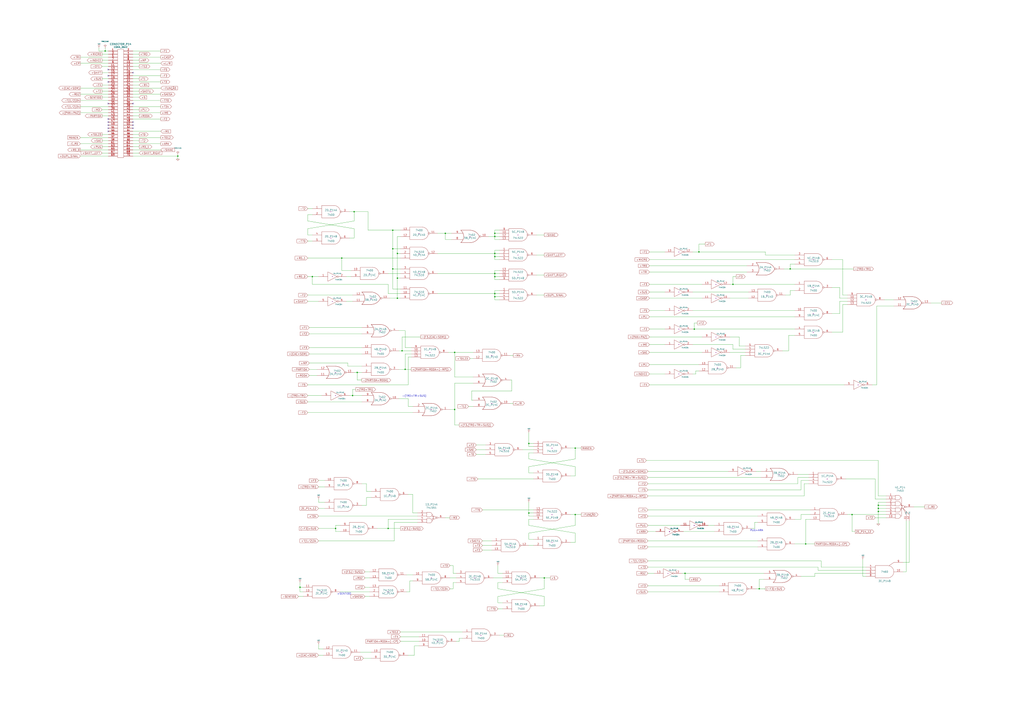
<source format=kicad_sch>
(kicad_sch (version 20250114) (generator "eeschema") (generator_version "9.0")
  (paper "A1")
  (title_block (date "2 aug 2016"))
  (text "-(TRO+TRI+SUS)" (at 330.2 326.39 0) (effects (font (size 1.524 1.524)) (justify left bottom)))
  (text "PUG+ARA" (at 615.95 436.88 0) (effects (font (size 1.524 1.524)) (justify left bottom)))
  (text "+SENTIDO" (at 276.86 488.95 0) (effects (font (size 1.524 1.524)) (justify left bottom)))
  (junction (at 406.4 227.33))
  (junction (at 256.54 227.33))
  (junction (at 280.67 212.09))
  (junction (at 406.4 210.82))
  (junction (at 373.38 336.55))
  (junction (at 721.36 420.37))
  (junction (at 86.36 41.91))
  (junction (at 146.05 128.27))
  (junction (at 562.61 471.17))
  (junction (at 326.39 208.28))
  (junction (at 447.04 474.98))
  (junction (at 406.4 208.28))
  (junction (at 326.39 228.6))
  (junction (at 293.37 306.07))
  (junction (at 434.34 364.49))
  (junction (at 574.04 207.01))
  (junction (at 326.39 245.11))
  (junction (at 322.58 204.47))
  (junction (at 699.77 422.91))
  (junction (at 330.2 288.29))
  (junction (at 721.36 415.29))
  (junction (at 434.34 421.64))
  (junction (at 275.59 434.34))
  (junction (at 661.67 447.04))
  (junction (at 472.44 368.3))
  (junction (at 623.57 483.87))
  (junction (at 721.36 417.83))
  (junction (at 406.4 243.84))
  (junction (at 365.76 191.77))
  (junction (at 648.97 220.98))
  (junction (at 570.23 270.51))
  (junction (at 406.4 191.77))
  (junction (at 406.4 241.3))
  (junction (at 290.83 173.99))
  (junction (at 318.77 434.34))
  (junction (at 406.4 224.79))
  (junction (at 246.38 482.6))
  (junction (at 406.4 194.31))
  (junction (at 472.44 422.91))
  (junction (at 601.98 233.68))
  (junction (at 322.58 220.98))
  (junction (at 373.38 289.56))
  (junction (at 322.58 189.23))
  (junction (at 289.56 325.12))
  (junction (at 332.74 303.53))
  (no_connect (at 88.9 107.95))
  (no_connect (at 88.9 62.23))
  (no_connect (at 88.9 97.79))
  (no_connect (at 109.22 100.33))
  (no_connect (at 88.9 57.15))
  (no_connect (at 88.9 100.33))
  (no_connect (at 109.22 85.09))
  (no_connect (at 109.22 105.41))
  (no_connect (at 109.22 102.87))
  (no_connect (at 88.9 67.31))
  (no_connect (at 109.22 59.69))
  (no_connect (at 88.9 85.09))
  (no_connect (at 88.9 102.87))
  (no_connect (at 88.9 105.41))
  (wire (pts (xy 438.15 372.11) (xy 434.34 372.11)))
  (wire (pts (xy 689.61 245.11) (xy 689.61 236.22)))
  (wire (pts (xy 406.4 208.28) (xy 410.21 208.28)))
  (wire (pts (xy 406.4 222.25) (xy 406.4 224.79)))
  (wire (pts (xy 369.57 483.87) (xy 372.11 483.87)))
  (wire (pts (xy 303.53 482.6) (xy 299.72 482.6)))
  (wire (pts (xy 472.44 377.19) (xy 434.34 383.54)))
  (wire (pts (xy 657.86 473.71) (xy 669.29 473.71)))
  (wire (pts (xy 328.93 523.24) (xy 344.17 523.24)))
  (wire (pts (xy 671.83 466.09) (xy 671.83 468.63)))
  (wire (pts (xy 434.34 372.11) (xy 434.34 377.19)))
  (wire (pts (xy 396.24 444.5) (xy 403.86 444.5)))
  (wire (pts (xy 447.04 226.06) (xy 440.69 226.06)))
  (wire (pts (xy 599.44 233.68) (xy 601.98 233.68)))
  (wire (pts (xy 612.14 287.02) (xy 601.98 287.02)))
  (wire (pts (xy 254 298.45) (xy 285.75 298.45)))
  (wire (pts (xy 434.34 412.75) (xy 434.34 421.64)))
  (wire (pts (xy 746.76 462.28) (xy 746.76 427.99)))
  (wire (pts (xy 335.28 406.4) (xy 339.09 406.4)))
  (wire (pts (xy 689.61 247.65) (xy 689.61 257.81)))
  (wire (pts (xy 406.4 196.85) (xy 410.21 196.85)))
  (wire (pts (xy 304.8 408.94) (xy 300.99 408.94)))
  (wire (pts (xy 256.54 227.33) (xy 261.62 227.33)))
  (wire (pts (xy 66.04 72.39) (xy 88.9 72.39)))
  (wire (pts (xy 66.04 77.47) (xy 88.9 77.47)))
  (wire (pts (xy 372.11 483.87) (xy 372.11 478.79)))
  (wire (pts (xy 412.75 500.38) (xy 408.94 500.38)))
  (wire (pts (xy 297.18 269.24) (xy 254 269.24)))
  (wire (pts (xy 403.86 448.31) (xy 396.24 448.31)))
  (wire (pts (xy 290.83 173.99) (xy 290.83 181.61)))
  (wire (pts (xy 373.38 309.88) (xy 373.38 289.56)))
  (wire (pts (xy 604.52 227.33) (xy 601.98 227.33)))
  (wire (pts (xy 275.59 434.34) (xy 275.59 436.88)))
  (wire (pts (xy 586.74 436.88) (xy 561.34 436.88)))
  (wire (pts (xy 289.56 325.12) (xy 289.56 320.04)))
  (wire (pts (xy 721.36 415.29) (xy 727.71 415.29)))
  (wire (pts (xy 132.08 62.23) (xy 109.22 62.23)))
  (wire (pts (xy 256.54 198.12) (xy 252.73 198.12)))
  (wire (pts (xy 335.28 327.66) (xy 335.28 334.01)))
  (wire (pts (xy 434.34 364.49) (xy 434.34 367.03)))
  (wire (pts (xy 289.56 242.57) (xy 252.73 242.57)))
  (wire (pts (xy 447.04 497.84) (xy 443.23 497.84)))
  (wire (pts (xy 406.4 241.3) (xy 406.4 243.84)))
  (wire (pts (xy 297.18 274.32) (xy 254 274.32)))
  (wire (pts (xy 246.38 482.6) (xy 246.38 486.41)))
  (wire (pts (xy 533.4 270.51) (xy 546.1 270.51)))
  (wire (pts (xy 66.04 113.03) (xy 88.9 113.03)))
  (wire (pts (xy 369.57 336.55) (xy 373.38 336.55)))
  (wire (pts (xy 628.65 209.55) (xy 652.78 209.55)))
  (wire (pts (xy 290.83 306.07) (xy 293.37 306.07)))
  (wire (pts (xy 387.35 328.93) (xy 388.62 328.93)))
  (wire (pts (xy 114.3 125.73) (xy 109.22 125.73)))
  (wire (pts (xy 532.13 392.43) (xy 624.84 392.43)))
  (wire (pts (xy 619.76 429.26) (xy 619.76 434.34)))
  (wire (pts (xy 326.39 245.11) (xy 328.93 245.11)))
  (wire (pts (xy 365.76 191.77) (xy 370.84 191.77)))
  (wire (pts (xy 741.68 462.28) (xy 746.76 462.28)))
  (wire (pts (xy 365.76 196.85) (xy 370.84 196.85)))
  (wire (pts (xy 252.73 181.61) (xy 290.83 187.96)))
  (wire (pts (xy 657.86 402.59) (xy 657.86 394.97)))
  (wire (pts (xy 300.99 415.29) (xy 297.18 415.29)))
  (wire (pts (xy 261.62 538.48) (xy 265.43 538.48)))
  (wire (pts (xy 562.61 476.25) (xy 566.42 476.25)))
  (wire (pts (xy 109.22 120.65) (xy 114.3 120.65)))
  (wire (pts (xy 252.73 187.96) (xy 252.73 193.04)))
  (wire (pts (xy 132.08 113.03) (xy 109.22 113.03)))
  (wire (pts (xy 287.02 173.99) (xy 290.83 173.99)))
  (wire (pts (xy 661.67 426.72) (xy 661.67 447.04)))
  (wire (pts (xy 365.76 425.45) (xy 369.57 425.45)))
  (wire (pts (xy 721.36 420.37) (xy 721.36 430.53)))
  (wire (pts (xy 406.4 238.76) (xy 406.4 241.3)))
  (wire (pts (xy 574.04 200.66) (xy 574.04 207.01)))
  (wire (pts (xy 648.97 238.76) (xy 652.78 238.76)))
  (wire (pts (xy 374.65 527.05) (xy 377.19 527.05)))
  (wire (pts (xy 290.83 195.58) (xy 287.02 195.58)))
  (wire (pts (xy 408.94 490.22) (xy 408.94 495.3)))
  (wire (pts (xy 579.12 200.66) (xy 574.04 200.66)))
  (wire (pts (xy 337.82 290.83) (xy 332.74 290.83)))
  (wire (pts (xy 623.57 483.87) (xy 623.57 476.25)))
  (wire (pts (xy 574.04 304.8) (xy 571.5 304.8)))
  (wire (pts (xy 468.63 422.91) (xy 472.44 422.91)))
  (wire (pts (xy 336.55 477.52) (xy 336.55 486.41)))
  (wire (pts (xy 369.57 474.98) (xy 374.65 474.98)))
  (wire (pts (xy 132.08 57.15) (xy 109.22 57.15)))
  (wire (pts (xy 619.76 434.34) (xy 617.22 434.34)))
  (wire (pts (xy 279.4 486.41) (xy 303.53 486.41)))
  (wire (pts (xy 298.45 541.02) (xy 304.8 541.02)))
  (wire (pts (xy 388.62 309.88) (xy 373.38 309.88)))
  (wire (pts (xy 533.4 245.11) (xy 576.58 245.11)))
  (wire (pts (xy 692.15 213.36) (xy 683.26 213.36)))
  (wire (pts (xy 571.5 304.8) (xy 571.5 307.34)))
  (wire (pts (xy 261.62 400.05) (xy 266.7 400.05)))
  (wire (pts (xy 472.44 422.91) (xy 472.44 431.8)))
  (wire (pts (xy 300.99 397.51) (xy 300.99 403.86)))
  (wire (pts (xy 532.13 431.8) (xy 558.8 431.8)))
  (wire (pts (xy 434.34 383.54) (xy 434.34 388.62)))
  (wire (pts (xy 472.44 368.3) (xy 477.52 368.3)))
  (wire (pts (xy 472.44 431.8) (xy 434.34 438.15)))
  (wire (pts (xy 256.54 227.33) (xy 256.54 233.68)))
  (wire (pts (xy 252.73 316.23) (xy 335.28 316.23)))
  (wire (pts (xy 689.61 257.81) (xy 683.26 257.81)))
  (wire (pts (xy 721.36 412.75) (xy 721.36 415.29)))
  (wire (pts (xy 339.09 477.52) (xy 336.55 477.52)))
  (wire (pts (xy 744.22 469.9) (xy 741.68 469.9)))
  (wire (pts (xy 83.82 120.65) (xy 88.9 120.65)))
  (wire (pts (xy 328.93 204.47) (xy 322.58 204.47)))
  (wire (pts (xy 261.62 412.75) (xy 266.7 412.75)))
  (wire (pts (xy 601.98 287.02) (xy 601.98 283.21)))
  (wire (pts (xy 248.92 482.6) (xy 246.38 482.6)))
  (wire (pts (xy 326.39 208.28) (xy 326.39 228.6)))
  (wire (pts (xy 328.93 527.05) (xy 344.17 527.05)))
  (wire (pts (xy 472.44 422.91) (xy 477.52 422.91)))
  (wire (pts (xy 327.66 327.66) (xy 335.28 327.66)))
  (wire (pts (xy 406.4 243.84) (xy 406.4 246.38)))
  (wire (pts (xy 297.18 312.42) (xy 293.37 312.42)))
  (wire (pts (xy 406.4 213.36) (xy 410.21 213.36)))
  (wire (pts (xy 114.3 115.57) (xy 109.22 115.57)))
  (wire (pts (xy 406.4 227.33) (xy 406.4 229.87)))
  (wire (pts (xy 734.06 246.38) (xy 726.44 246.38)))
  (wire (pts (xy 318.77 434.34) (xy 318.77 426.72)))
  (wire (pts (xy 406.4 246.38) (xy 410.21 246.38)))
  (wire (pts (xy 532.13 461.01) (xy 674.37 461.01)))
  (wire (pts (xy 643.89 220.98) (xy 648.97 220.98)))
  (wire (pts (xy 289.56 325.12) (xy 297.18 325.12)))
  (wire (pts (xy 83.82 64.77) (xy 88.9 64.77)))
  (wire (pts (xy 373.38 314.96) (xy 388.62 314.96)))
  (wire (pts (xy 83.82 74.93) (xy 88.9 74.93)))
  (wire (pts (xy 570.23 265.43) (xy 570.23 270.51)))
  (wire (pts (xy 708.66 459.74) (xy 708.66 473.71)))
  (wire (pts (xy 408.94 495.3) (xy 412.75 495.3)))
  (wire (pts (xy 472.44 445.77) (xy 468.63 445.77)))
  (wire (pts (xy 608.33 292.1) (xy 608.33 302.26)))
  (wire (pts (xy 623.57 483.87) (xy 628.65 483.87)))
  (wire (pts (xy 377.19 527.05) (xy 377.19 524.51)))
  (wire (pts (xy 318.77 434.34) (xy 328.93 434.34)))
  (wire (pts (xy 406.4 205.74) (xy 406.4 208.28)))
  (wire (pts (xy 434.34 355.6) (xy 434.34 364.49)))
  (wire (pts (xy 406.4 208.28) (xy 406.4 210.82)))
  (wire (pts (xy 718.82 393.7) (xy 694.69 393.7)))
  (wire (pts (xy 290.83 181.61) (xy 252.73 187.96)))
  (wire (pts (xy 264.16 325.12) (xy 252.73 325.12)))
  (wire (pts (xy 562.61 471.17) (xy 562.61 476.25)))
  (wire (pts (xy 146.05 128.27) (xy 146.05 130.81)))
  (wire (pts (xy 132.08 118.11) (xy 109.22 118.11)))
  (wire (pts (xy 340.36 530.86) (xy 340.36 538.48)))
  (wire (pts (xy 406.4 224.79) (xy 410.21 224.79)))
  (wire (pts (xy 114.3 44.45) (xy 109.22 44.45)))
  (wire (pts (xy 727.71 412.75) (xy 721.36 412.75)))
  (wire (pts (xy 326.39 194.31) (xy 326.39 208.28)))
  (wire (pts (xy 406.4 210.82) (xy 406.4 213.36)))
  (wire (pts (xy 83.82 80.01) (xy 88.9 80.01)))
  (wire (pts (xy 655.32 389.89) (xy 664.21 389.89)))
  (wire (pts (xy 447.04 490.22) (xy 447.04 497.84)))
  (wire (pts (xy 434.34 421.64) (xy 434.34 424.18)))
  (wire (pts (xy 419.1 312.42) (xy 420.37 312.42)))
  (wire (pts (xy 302.26 173.99) (xy 302.26 189.23)))
  (wire (pts (xy 335.28 293.37) (xy 337.82 293.37)))
  (wire (pts (xy 359.41 191.77) (xy 365.76 191.77)))
  (wire (pts (xy 328.93 519.43) (xy 379.73 519.43)))
  (wire (pts (xy 406.4 243.84) (xy 410.21 243.84)))
  (wire (pts (xy 447.04 242.57) (xy 440.69 242.57)))
  (wire (pts (xy 86.36 41.91) (xy 88.9 41.91)))
  (wire (pts (xy 295.91 535.94) (xy 304.8 535.94)))
  (wire (pts (xy 683.26 273.05) (xy 692.15 273.05)))
  (wire (pts (xy 373.38 314.96) (xy 373.38 336.55)))
  (wire (pts (xy 326.39 228.6) (xy 326.39 245.11)))
  (wire (pts (xy 328.93 194.31) (xy 326.39 194.31)))
  (wire (pts (xy 607.06 284.48) (xy 612.14 284.48)))
  (wire (pts (xy 256.54 233.68) (xy 318.77 233.68)))
  (wire (pts (xy 318.77 233.68) (xy 318.77 241.3)))
  (wire (pts (xy 652.78 447.04) (xy 661.67 447.04)))
  (wire (pts (xy 373.38 336.55) (xy 373.38 349.25)))
  (wire (pts (xy 674.37 461.01) (xy 674.37 466.09)))
  (wire (pts (xy 533.4 276.86) (xy 576.58 276.86)))
  (wire (pts (xy 246.38 478.79) (xy 246.38 482.6)))
  (wire (pts (xy 275.59 431.8) (xy 275.59 434.34)))
  (wire (pts (xy 532.13 436.88) (xy 538.48 436.88)))
  (wire (pts (xy 373.38 289.56) (xy 388.62 289.56)))
  (wire (pts (xy 720.09 316.23) (xy 716.28 316.23)))
  (wire (pts (xy 252.73 339.09) (xy 339.09 339.09)))
  (wire (pts (xy 419.1 331.47) (xy 421.64 331.47)))
  (wire (pts (xy 434.34 426.72) (xy 434.34 431.8)))
  (wire (pts (xy 114.3 80.01) (xy 109.22 80.01)))
  (wire (pts (xy 532.13 397.51) (xy 655.32 397.51)))
  (wire (pts (xy 285.75 300.99) (xy 297.18 300.99)))
  (wire (pts (xy 472.44 438.15) (xy 472.44 445.77)))
  (wire (pts (xy 261.62 424.18) (xy 342.9 424.18)))
  (wire (pts (xy 410.21 227.33) (xy 406.4 227.33)))
  (wire (pts (xy 326.39 228.6) (xy 328.93 228.6)))
  (wire (pts (xy 83.82 59.69) (xy 88.9 59.69)))
  (wire (pts (xy 721.36 420.37) (xy 727.71 420.37)))
  (wire (pts (xy 652.78 275.59) (xy 647.7 275.59)))
  (wire (pts (xy 335.28 334.01) (xy 339.09 334.01)))
  (wire (pts (xy 309.88 434.34) (xy 318.77 434.34)))
  (wire (pts (xy 83.82 69.85) (xy 88.9 69.85)))
  (wire (pts (xy 252.73 212.09) (xy 280.67 212.09)))
  (wire (pts (xy 447.04 209.55) (xy 440.69 209.55)))
  (wire (pts (xy 275.59 436.88) (xy 279.4 436.88)))
  (wire (pts (xy 336.55 486.41) (xy 334.01 486.41)))
  (wire (pts (xy 623.57 476.25) (xy 627.38 476.25)))
  (wire (pts (xy 674.37 466.09) (xy 711.2 466.09)))
  (wire (pts (xy 254 290.83) (xy 297.18 290.83)))
  (wire (pts (xy 114.3 110.49) (xy 109.22 110.49)))
  (wire (pts (xy 318.77 241.3) (xy 328.93 241.3)))
  (wire (pts (xy 764.54 248.92) (xy 773.43 248.92)))
  (wire (pts (xy 408.94 478.79) (xy 408.94 483.87)))
  (wire (pts (xy 290.83 187.96) (xy 290.83 195.58)))
  (wire (pts (xy 406.4 229.87) (xy 410.21 229.87)))
  (wire (pts (xy 327.66 303.53) (xy 332.74 303.53)))
  (wire (pts (xy 359.41 208.28) (xy 406.4 208.28)))
  (wire (pts (xy 660.4 397.51) (xy 664.21 397.51)))
  (wire (pts (xy 718.82 410.21) (xy 718.82 393.7)))
  (wire (pts (xy 391.16 365.76) (xy 398.78 365.76)))
  (wire (pts (xy 434.34 431.8) (xy 472.44 438.15)))
  (wire (pts (xy 66.04 92.71) (xy 88.9 92.71)))
  (wire (pts (xy 322.58 204.47) (xy 322.58 220.98)))
  (wire (pts (xy 608.33 302.26) (xy 604.52 302.26)))
  (wire (pts (xy 708.66 473.71) (xy 711.2 473.71)))
  (wire (pts (xy 574.04 207.01) (xy 628.65 207.01)))
  (wire (pts (xy 396.24 419.1) (xy 438.15 419.1)))
  (wire (pts (xy 568.96 307.34) (xy 571.5 307.34)))
  (wire (pts (xy 532.13 424.18) (xy 622.3 424.18)))
  (wire (pts (xy 601.98 283.21) (xy 568.96 283.21)))
  (wire (pts (xy 689.61 245.11) (xy 695.96 245.11)))
  (wire (pts (xy 339.09 421.64) (xy 342.9 421.64)))
  (wire (pts (xy 572.77 265.43) (xy 570.23 265.43)))
  (wire (pts (xy 692.15 250.19) (xy 695.96 250.19)))
  (wire (pts (xy 132.08 46.99) (xy 109.22 46.99)))
  (wire (pts (xy 412.75 471.17) (xy 408.94 471.17)))
  (wire (pts (xy 365.76 191.77) (xy 365.76 196.85)))
  (wire (pts (xy 443.23 474.98) (xy 447.04 474.98)))
  (wire (pts (xy 392.43 393.7) (xy 438.15 393.7)))
  (wire (pts (xy 472.44 368.3) (xy 472.44 377.19)))
  (wire (pts (xy 114.3 95.25) (xy 109.22 95.25)))
  (wire (pts (xy 285.75 298.45) (xy 285.75 300.99)))
  (wire (pts (xy 284.48 227.33) (xy 288.29 227.33)))
  (wire (pts (xy 345.44 276.86) (xy 330.2 276.86)))
  (wire (pts (xy 568.96 240.03) (xy 614.68 240.03)))
  (wire (pts (xy 261.62 394.97) (xy 266.7 394.97)))
  (wire (pts (xy 447.04 474.98) (xy 452.12 474.98)))
  (wire (pts (xy 647.7 288.29) (xy 642.62 288.29)))
  (wire (pts (xy 699.77 422.91) (xy 727.71 422.91)))
  (wire (pts (xy 533.4 233.68) (xy 576.58 233.68)))
  (wire (pts (xy 406.4 191.77) (xy 406.4 194.31)))
  (wire (pts (xy 384.81 334.01) (xy 388.62 334.01)))
  (wire (pts (xy 410.21 238.76) (xy 406.4 238.76)))
  (wire (pts (xy 614.68 245.11) (xy 599.44 245.11)))
  (wire (pts (xy 727.71 425.45) (xy 718.82 425.45)))
  (wire (pts (xy 420.37 312.42) (xy 420.37 321.31)))
  (wire (pts (xy 655.32 397.51) (xy 655.32 392.43)))
  (wire (pts (xy 396.24 452.12) (xy 403.86 452.12)))
  (wire (pts (xy 374.65 471.17) (xy 372.11 471.17)))
  (wire (pts (xy 132.08 52.07) (xy 109.22 52.07)))
  (wire (pts (xy 252.73 330.2) (xy 297.18 330.2)))
  (wire (pts (xy 109.22 128.27) (xy 146.05 128.27)))
  (wire (pts (xy 83.82 125.73) (xy 88.9 125.73)))
  (wire (pts (xy 410.21 189.23) (xy 406.4 189.23)))
  (wire (pts (xy 326.39 208.28) (xy 328.93 208.28)))
  (wire (pts (xy 619.76 429.26) (xy 622.3 429.26)))
  (wire (pts (xy 86.36 39.37) (xy 86.36 41.91)))
  (wire (pts (xy 339.09 472.44) (xy 334.01 472.44)))
  (wire (pts (xy 647.7 275.59) (xy 647.7 288.29)))
  (wire (pts (xy 532.13 466.09) (xy 671.83 466.09)))
  (wire (pts (xy 81.28 41.91) (xy 81.28 39.37)))
  (wire (pts (xy 472.44 391.16) (xy 468.63 391.16)))
  (wire (pts (xy 359.41 241.3) (xy 406.4 241.3)))
  (wire (pts (xy 332.74 271.78) (xy 332.74 285.75)))
  (wire (pts (xy 434.34 438.15) (xy 434.34 443.23)))
  (wire (pts (xy 410.21 222.25) (xy 406.4 222.25)))
  (wire (pts (xy 721.36 407.67) (xy 721.36 378.46)))
  (wire (pts (xy 406.4 210.82) (xy 410.21 210.82)))
  (wire (pts (xy 652.78 426.72) (xy 657.86 426.72)))
  (wire (pts (xy 132.08 92.71) (xy 109.22 92.71)))
  (wire (pts (xy 83.82 95.25) (xy 88.9 95.25)))
  (wire (pts (xy 288.29 222.25) (xy 280.67 222.25)))
  (wire (pts (xy 368.3 289.56) (xy 373.38 289.56)))
  (wire (pts (xy 657.86 422.91) (xy 665.48 422.91)))
  (wire (pts (xy 373.38 349.25) (xy 377.19 349.25)))
  (wire (pts (xy 420.37 321.31) (xy 387.35 321.31)))
  (wire (pts (xy 434.34 377.19) (xy 472.44 383.54)))
  (wire (pts (xy 727.71 407.67) (xy 721.36 407.67)))
  (wire (pts (xy 332.74 290.83) (xy 332.74 303.53)))
  (wire (pts (xy 261.62 529.59) (xy 261.62 533.4)))
  (wire (pts (xy 533.4 283.21) (xy 546.1 283.21)))
  (wire (pts (xy 721.36 378.46) (xy 530.86 378.46)))
  (wire (pts (xy 401.32 194.31) (xy 406.4 194.31)))
  (wire (pts (xy 327.66 271.78) (xy 332.74 271.78)))
  (wire (pts (xy 377.19 524.51) (xy 379.73 524.51)))
  (wire (pts (xy 66.04 118.11) (xy 88.9 118.11)))
  (wire (pts (xy 327.66 288.29) (xy 330.2 288.29)))
  (wire (pts (xy 468.63 368.3) (xy 472.44 368.3)))
  (wire (pts (xy 410.21 205.74) (xy 406.4 205.74)))
  (wire (pts (xy 323.85 444.5) (xy 323.85 429.26)))
  (wire (pts (xy 300.99 403.86) (xy 304.8 403.86)))
  (wire (pts (xy 372.11 478.79) (xy 374.65 478.79)))
  (wire (pts (xy 408.94 483.87) (xy 447.04 490.22)))
  (wire (pts (xy 568.96 270.51) (xy 570.23 270.51)))
  (wire (pts (xy 744.22 427.99) (xy 744.22 469.9)))
  (wire (pts (xy 340.36 538.48) (xy 335.28 538.48)))
  (wire (pts (xy 669.29 473.71) (xy 669.29 471.17)))
  (wire (pts (xy 275.59 434.34) (xy 261.62 434.34)))
  (wire (pts (xy 405.13 474.98) (xy 412.75 474.98)))
  (wire (pts (xy 66.04 46.99) (xy 88.9 46.99)))
  (wire (pts (xy 297.18 397.51) (xy 300.99 397.51)))
  (wire (pts (xy 81.28 41.91) (xy 86.36 41.91)))
  (wire (pts (xy 132.08 72.39) (xy 109.22 72.39)))
  (wire (pts (xy 406.4 189.23) (xy 406.4 191.77)))
  (wire (pts (xy 318.77 426.72) (xy 342.9 426.72)))
  (wire (pts (xy 83.82 49.53) (xy 88.9 49.53)))
  (wire (pts (xy 759.46 416.56) (xy 750.57 416.56)))
  (wire (pts (xy 330.2 288.29) (xy 337.82 288.29)))
  (wire (pts (xy 671.83 468.63) (xy 711.2 468.63)))
  (wire (pts (xy 533.4 289.56) (xy 576.58 289.56)))
  (wire (pts (xy 260.35 303.53) (xy 254 303.53)))
  (wire (pts (xy 657.86 394.97) (xy 664.21 394.97)))
  (wire (pts (xy 652.78 217.17) (xy 648.97 217.17)))
  (wire (pts (xy 332.74 303.53) (xy 337.82 303.53)))
  (wire (pts (xy 339.09 406.4) (xy 339.09 421.64)))
  (wire (pts (xy 533.4 260.35) (xy 652.78 260.35)))
  (wire (pts (xy 438.15 364.49) (xy 434.34 364.49)))
  (wire (pts (xy 252.73 171.45) (xy 256.54 171.45)))
  (wire (pts (xy 699.77 436.88) (xy 702.31 436.88)))
  (wire (pts (xy 532.13 486.41) (xy 590.55 486.41)))
  (wire (pts (xy 689.61 236.22) (xy 683.26 236.22)))
  (wire (pts (xy 344.17 530.86) (xy 340.36 530.86)))
  (wire (pts (xy 607.06 276.86) (xy 607.06 284.48)))
  (wire (pts (xy 132.08 123.19) (xy 109.22 123.19)))
  (wire (pts (xy 645.16 242.57) (xy 648.97 242.57)))
  (wire (pts (xy 581.66 431.8) (xy 586.74 431.8)))
  (wire (pts (xy 88.9 110.49) (xy 83.82 110.49)))
  (wire (pts (xy 132.08 67.31) (xy 109.22 67.31)))
  (wire (pts (xy 721.36 417.83) (xy 721.36 420.37)))
  (wire (pts (xy 146.05 127) (xy 146.05 128.27)))
  (wire (pts (xy 655.32 392.43) (xy 664.21 392.43)))
  (wire (pts (xy 320.04 245.11) (xy 326.39 245.11)))
  (wire (pts (xy 665.48 426.72) (xy 661.67 426.72)))
  (wire (pts (xy 562.61 471.17) (xy 627.38 471.17)))
  (wire (pts (xy 359.41 224.79) (xy 406.4 224.79)))
  (wire (pts (xy 434.34 424.18) (xy 438.15 424.18)))
  (wire (pts (xy 256.54 176.53) (xy 252.73 176.53)))
  (wire (pts (xy 532.13 481.33) (xy 590.55 481.33)))
  (wire (pts (xy 406.4 241.3) (xy 410.21 241.3)))
  (wire (pts (xy 66.04 123.19) (xy 88.9 123.19)))
  (wire (pts (xy 622.3 444.5) (xy 532.13 444.5)))
  (wire (pts (xy 412.75 478.79) (xy 408.94 478.79)))
  (wire (pts (xy 323.85 429.26) (xy 342.9 429.26)))
  (wire (pts (xy 693.42 316.23) (xy 533.4 316.23)))
  (wire (pts (xy 648.97 242.57) (xy 648.97 238.76)))
  (wire (pts (xy 66.04 52.07) (xy 88.9 52.07)))
  (wire (pts (xy 372.11 471.17) (xy 372.11 464.82)))
  (wire (pts (xy 261.62 410.21) (xy 261.62 412.75)))
  (wire (pts (xy 648.97 220.98) (xy 701.04 220.98)))
  (wire (pts (xy 622.3 449.58) (xy 532.13 449.58)))
  (wire (pts (xy 472.44 383.54) (xy 472.44 391.16)))
  (wire (pts (xy 721.36 415.29) (xy 721.36 417.83)))
  (wire (pts (xy 245.11 490.22) (xy 248.92 490.22)))
  (wire (pts (xy 284.48 247.65) (xy 289.56 247.65)))
  (wire (pts (xy 533.4 299.72) (xy 574.04 299.72)))
  (wire (pts (xy 612.14 292.1) (xy 608.33 292.1)))
  (wire (pts (xy 261.62 417.83) (xy 266.7 417.83)))
  (wire (pts (xy 533.4 255.27) (xy 546.1 255.27)))
  (wire (pts (xy 408.94 471.17) (xy 408.94 464.82)))
  (wire (pts (xy 532.13 407.67) (xy 660.4 407.67)))
  (wire (pts (xy 434.34 367.03) (xy 438.15 367.03)))
  (wire (pts (xy 621.03 387.35) (xy 624.84 387.35)))
  (wire (pts (xy 114.3 49.53) (xy 109.22 49.53)))
  (wire (pts (xy 734.06 251.46) (xy 720.09 251.46)))
  (wire (pts (xy 657.86 426.72) (xy 657.86 422.91)))
  (wire (pts (xy 261.62 444.5) (xy 323.85 444.5)))
  (wire (pts (xy 114.3 69.85) (xy 109.22 69.85)))
  (wire (pts (xy 720.09 251.46) (xy 720.09 316.23)))
  (wire (pts (xy 252.73 193.04) (xy 256.54 193.04)))
  (wire (pts (xy 322.58 220.98) (xy 322.58 237.49)))
  (wire (pts (xy 537.21 471.17) (xy 532.13 471.17)))
  (wire (pts (xy 132.08 87.63) (xy 109.22 87.63)))
  (wire (pts (xy 727.71 410.21) (xy 718.82 410.21)))
  (wire (pts (xy 372.11 464.82) (xy 369.57 464.82)))
  (wire (pts (xy 279.4 431.8) (xy 275.59 431.8)))
  (wire (pts (xy 132.08 107.95) (xy 109.22 107.95)))
  (wire (pts (xy 621.03 483.87) (xy 623.57 483.87)))
  (wire (pts (xy 661.67 447.04) (xy 669.29 447.04)))
  (wire (pts (xy 322.58 237.49) (xy 328.93 237.49)))
  (wire (pts (xy 601.98 227.33) (xy 601.98 233.68)))
  (wire (pts (xy 287.02 325.12) (xy 289.56 325.12)))
  (wire (pts (xy 560.07 471.17) (xy 562.61 471.17)))
  (wire (pts (xy 692.15 213.36) (xy 692.15 242.57)))
  (wire (pts (xy 114.3 74.93) (xy 109.22 74.93)))
  (wire (pts (xy 598.17 387.35) (xy 532.13 387.35)))
  (wire (pts (xy 406.4 191.77) (xy 410.21 191.77)))
  (wire (pts (xy 692.15 242.57) (xy 695.96 242.57)))
  (wire (pts (xy 721.36 417.83) (xy 727.71 417.83)))
  (wire (pts (xy 132.08 41.91) (xy 109.22 41.91)))
  (wire (pts (xy 532.13 419.1) (xy 665.48 419.1)))
  (wire (pts (xy 280.67 212.09) (xy 328.93 212.09)))
  (wire (pts (xy 132.08 97.79) (xy 109.22 97.79)))
  (wire (pts (xy 695.96 247.65) (xy 689.61 247.65)))
  (wire (pts (xy 660.4 407.67) (xy 660.4 397.51)))
  (wire (pts (xy 261.62 247.65) (xy 252.73 247.65)))
  (wire (pts (xy 246.38 486.41) (xy 248.92 486.41)))
  (wire (pts (xy 293.37 306.07) (xy 297.18 306.07)))
  (wire (pts (xy 601.98 233.68) (xy 652.78 233.68)))
  (wire (pts (xy 692.15 273.05) (xy 692.15 250.19)))
  (wire (pts (xy 599.44 289.56) (xy 612.14 289.56)))
  (wire (pts (xy 330.2 276.86) (xy 330.2 288.29)))
  (wire (pts (xy 300.99 408.94) (xy 300.99 415.29)))
  (wire (pts (xy 254 285.75) (xy 297.18 285.75)))
  (wire (pts (xy 332.74 285.75) (xy 337.82 285.75)))
  (wire (pts (xy 66.04 87.63) (xy 88.9 87.63)))
  (wire (pts (xy 290.83 173.99) (xy 302.26 173.99)))
  (wire (pts (xy 532.13 402.59) (xy 657.86 402.59)))
  (wire (pts (xy 132.08 77.47) (xy 109.22 77.47)))
  (wire (pts (xy 669.29 471.17) (xy 711.2 471.17)))
  (wire (pts (xy 599.44 276.86) (xy 607.06 276.86)))
  (wire (pts (xy 83.82 54.61) (xy 88.9 54.61)))
  (wire (pts (xy 533.4 207.01) (xy 546.1 207.01)))
  (wire (pts (xy 438.15 448.31) (xy 434.34 448.31)))
  (wire (pts (xy 568.96 255.27) (xy 652.78 255.27)))
  (wire (pts (xy 83.82 44.45) (xy 88.9 44.45)))
  (wire (pts (xy 398.78 369.57) (xy 391.16 369.57)))
  (wire (pts (xy 322.58 189.23) (xy 322.58 204.47)))
  (wire (pts (xy 652.78 213.36) (xy 533.4 213.36)))
  (wire (pts (xy 114.3 54.61) (xy 109.22 54.61)))
  (wire (pts (xy 699.77 436.88) (xy 699.77 422.91)))
  (wire (pts (xy 335.28 316.23) (xy 335.28 293.37)))
  (wire (pts (xy 318.77 224.79) (xy 328.93 224.79)))
  (wire (pts (xy 88.9 115.57) (xy 83.82 115.57)))
  (wire (pts (xy 114.3 90.17) (xy 109.22 90.17)))
  (wire (pts (xy 447.04 483.87) (xy 408.94 490.22)))
  (wire (pts (xy 114.3 64.77) (xy 109.22 64.77)))
  (wire (pts (xy 533.4 218.44) (xy 613.41 218.44)))
  (wire (pts (xy 546.1 307.34) (xy 533.4 307.34)))
  (wire (pts (xy 434.34 443.23) (xy 438.15 443.23)))
  (wire (pts (xy 406.4 194.31) (xy 410.21 194.31)))
  (wire (pts (xy 429.26 369.57) (xy 438.15 369.57)))
  (wire (pts (xy 254 308.61) (xy 260.35 308.61)))
  (wire (pts (xy 303.53 469.9) (xy 299.72 469.9)))
  (wire (pts (xy 410.21 521.97) (xy 414.02 521.97)))
  (wire (pts (xy 438.15 426.72) (xy 434.34 426.72)))
  (wire (pts (xy 83.82 90.17) (xy 88.9 90.17)))
  (wire (pts (xy 299.72 490.22) (xy 303.53 490.22)))
  (wire (pts (xy 66.04 128.27) (xy 88.9 128.27)))
  (wire (pts (xy 434.34 388.62) (xy 438.15 388.62)))
  (wire (pts (xy 280.67 222.25) (xy 280.67 212.09)))
  (wire (pts (xy 322.58 189.23) (xy 328.93 189.23)))
  (wire (pts (xy 438.15 421.64) (xy 434.34 421.64)))
  (wire (pts (xy 421.64 292.1) (xy 419.1 292.1)))
  (wire (pts (xy 302.26 189.23) (xy 322.58 189.23)))
  (wire (pts (xy 252.73 227.33) (xy 256.54 227.33)))
  (wire (pts (xy 299.72 474.98) (xy 303.53 474.98)))
  (wire (pts (xy 328.93 220.98) (xy 322.58 220.98)))
  (wire (pts (xy 406.4 194.31) (xy 406.4 196.85)))
  (wire (pts (xy 387.35 321.31) (xy 387.35 328.93)))
  (wire (pts (xy 261.62 533.4) (xy 265.43 533.4)))
  (wire (pts (xy 695.96 422.91) (xy 699.77 422.91)))
  (wire (pts (xy 570.23 270.51) (xy 652.78 270.51)))
  (wire (pts (xy 289.56 320.04) (xy 292.1 320.04)))
  (wire (pts (xy 406.4 224.79) (xy 406.4 227.33)))
  (wire (pts (xy 132.08 82.55) (xy 109.22 82.55)))
  (wire (pts (xy 533.4 240.03) (xy 546.1 240.03)))
  (wire (pts (xy 568.96 207.01) (xy 574.04 207.01)))
  (wire (pts (xy 391.16 373.38) (xy 398.78 373.38)))
  (wire (pts (xy 293.37 312.42) (xy 293.37 306.07)))
  (wire (pts (xy 628.65 207.01) (xy 628.65 209.55)))
  (wire (pts (xy 533.4 223.52) (xy 613.41 223.52)))
  (wire (pts (xy 447.04 474.98) (xy 447.04 483.87)))
  (wire (pts (xy 386.08 294.64) (xy 388.62 294.64)))
  (wire (pts (xy 66.04 82.55) (xy 88.9 82.55)))
  (wire (pts (xy 447.04 193.04) (xy 440.69 193.04)))
  (wire (pts (xy 252.73 176.53) (xy 252.73 181.61)))
  (wire (pts (xy 648.97 217.17) (xy 648.97 220.98)))
  (global_label "+F2" (shape input) (at 391.16 365.76 180) (effects (font (size 1.524 1.524))) (property "Intersheetrefs" "${INTERSHEET_REFS}" (effects (hide yes))))
  (global_label "+T0123" (shape output) (at 83.82 110.49 180) (effects (font (size 1.524 1.524))) (property "Intersheetrefs" "${INTERSHEET_REFS}" (effects (hide yes))))
  (global_label "-F2" (shape input) (at 533.4 270.51 180) (effects (font (size 1.524 1.524))) (property "Intersheetrefs" "${INTERSHEET_REFS}" (effects (hide yes))))
  (global_label "+T3" (shape input) (at 396.24 448.31 180) (effects (font (size 1.524 1.524))) (property "Intersheetrefs" "${INTERSHEET_REFS}" (effects (hide yes))))
  (global_label "+S" (shape input) (at 114.3 80.01 0) (effects (font (size 1.524 1.524))) (property "Intersheetrefs" "${INTERSHEET_REFS}" (effects (hide yes))))
  (global_label "+MP" (shape input) (at 254 298.45 180) (effects (font (size 1.524 1.524))) (property "Intersheetrefs" "${INTERSHEET_REFS}" (effects (hide yes))))
  (global_label "PARTIDA+RODA+(-CP)" (shape input) (at 328.93 527.05 180) (effects (font (size 1.524 1.524))) (property "Intersheetrefs" "${INTERSHEET_REFS}" (effects (hide yes))))
  (global_label "+PLI" (shape output) (at 114.3 90.17 0) (effects (font (size 1.524 1.524))) (property "Intersheetrefs" "${INTERSHEET_REFS}" (effects (hide yes))))
  (global_label "+INDICE" (shape output) (at 83.82 49.53 180) (effects (font (size 1.524 1.524))) (property "Intersheetrefs" "${INTERSHEET_REFS}" (effects (hide yes))))
  (global_label "+F1" (shape output) (at 579.12 200.66 0) (effects (font (size 1.524 1.524))) (property "Intersheetrefs" "${INTERSHEET_REFS}" (effects (hide yes))))
  (global_label "+SHIFT" (shape output) (at 83.82 59.69 180) (effects (font (size 1.524 1.524))) (property "Intersheetrefs" "${INTERSHEET_REFS}" (effects (hide yes))))
  (global_label "-T2" (shape output) (at 114.3 115.57 0) (effects (font (size 1.524 1.524))) (property "Intersheetrefs" "${INTERSHEET_REFS}" (effects (hide yes))))
  (global_label "-F2" (shape input) (at 252.73 242.57 180) (effects (font (size 1.524 1.524))) (property "Intersheetrefs" "${INTERSHEET_REFS}" (effects (hide yes))))
  (global_label "+L/R" (shape input) (at 132.08 52.07 0) (effects (font (size 1.524 1.524))) (property "Intersheetrefs" "${INTERSHEET_REFS}" (effects (hide yes))))
  (global_label "+(F3.(-SUS))" (shape output) (at 328.93 434.34 0) (effects (font (size 1.524 1.524))) (property "Intersheetrefs" "${INTERSHEET_REFS}" (effects (hide yes))))
  (global_label "+T012" (shape input) (at 328.93 519.43 180) (effects (font (size 1.524 1.524))) (property "Intersheetrefs" "${INTERSHEET_REFS}" (effects (hide yes))))
  (global_label "+MICRO" (shape output) (at 83.82 44.45 180) (effects (font (size 1.524 1.524))) (property "Intersheetrefs" "${INTERSHEET_REFS}" (effects (hide yes))))
  (global_label "-F2" (shape output) (at 132.08 97.79 0) (effects (font (size 1.524 1.524))) (property "Intersheetrefs" "${INTERSHEET_REFS}" (effects (hide yes))))
  (global_label "+(F3.(TRO+TRI+SUS))" (shape output) (at 377.19 349.25 0) (effects (font (size 1.524 1.524))) (property "Intersheetrefs" "${INTERSHEET_REFS}" (effects (hide yes))))
  (global_label "-SHIAC" (shape output) (at 447.04 193.04 0) (effects (font (size 1.524 1.524))) (property "Intersheetrefs" "${INTERSHEET_REFS}" (effects (hide yes))))
  (global_label "+RD_1" (shape output) (at 114.3 120.65 0) (effects (font (size 1.524 1.524))) (property "Intersheetrefs" "${INTERSHEET_REFS}" (effects (hide yes))))
  (global_label "(-F3)+SUS" (shape output) (at 628.65 483.87 0) (effects (font (size 1.524 1.524))) (property "Intersheetrefs" "${INTERSHEET_REFS}" (effects (hide yes))))
  (global_label "+S" (shape output) (at 452.12 474.98 0) (effects (font (size 1.524 1.524))) (property "Intersheetrefs" "${INTERSHEET_REFS}" (effects (hide yes))))
  (global_label "-PARTIDA" (shape output) (at 83.82 95.25 180) (effects (font (size 1.524 1.524))) (property "Intersheetrefs" "${INTERSHEET_REFS}" (effects (hide yes))))
  (global_label "-C_RD" (shape output) (at 759.46 416.56 0) (effects (font (size 1.524 1.524))) (property "Intersheetrefs" "${INTERSHEET_REFS}" (effects (hide yes))))
  (global_label "-(F3.(CAC+SOM))" (shape input) (at 532.13 387.35 180) (effects (font (size 1.524 1.524))) (property "Intersheetrefs" "${INTERSHEET_REFS}" (effects (hide yes))))
  (global_label "+(CAC+SOM)" (shape output) (at 66.04 72.39 180) (effects (font (size 1.524 1.524))) (property "Intersheetrefs" "${INTERSHEET_REFS}" (effects (hide yes))))
  (global_label "-F3" (shape input) (at 252.73 339.09 180) (effects (font (size 1.524 1.524))) (property "Intersheetrefs" "${INTERSHEET_REFS}" (effects (hide yes))))
  (global_label "-CF1" (shape input) (at 83.82 54.61 180) (effects (font (size 1.524 1.524))) (property "Intersheetrefs" "${INTERSHEET_REFS}" (effects (hide yes))))
  (global_label "-F5" (shape input) (at 252.73 316.23 180) (effects (font (size 1.524 1.524))) (property "Intersheetrefs" "${INTERSHEET_REFS}" (effects (hide yes))))
  (global_label "+F1" (shape input) (at 254 269.24 180) (effects (font (size 1.524 1.524))) (property "Intersheetrefs" "${INTERSHEET_REFS}" (effects (hide yes))))
  (global_label "+T2" (shape output) (at 83.82 74.93 180) (effects (font (size 1.524 1.524))) (property "Intersheetrefs" "${INTERSHEET_REFS}" (effects (hide yes))))
  (global_label "+(PARTIDA+RODA+(-MP))" (shape input) (at 532.13 407.67 180) (effects (font (size 1.524 1.524))) (property "Intersheetrefs" "${INTERSHEET_REFS}" (effects (hide yes))))
  (global_label "+(TRO+TRI)" (shape input) (at 261.62 400.05 180) (effects (font (size 1.524 1.524))) (property "Intersheetrefs" "${INTERSHEET_REFS}" (effects (hide yes))))
  (global_label "-T2" (shape input) (at 252.73 171.45 180) (effects (font (size 1.524 1.524))) (property "Intersheetrefs" "${INTERSHEET_REFS}" (effects (hide yes))))
  (global_label "-SENTIDO" (shape input) (at 245.11 490.22 180) (effects (font (size 1.524 1.524))) (property "Intersheetrefs" "${INTERSHEET_REFS}" (effects (hide yes))))
  (global_label "-T12" (shape input) (at 384.81 334.01 180) (effects (font (size 1.524 1.524))) (property "Intersheetrefs" "${INTERSHEET_REFS}" (effects (hide yes))))
  (global_label "-FUNÇÃO" (shape input) (at 132.08 72.39 0) (effects (font (size 1.524 1.524))) (property "Intersheetrefs" "${INTERSHEET_REFS}" (effects (hide yes))))
  (global_label "+RODA" (shape output) (at 114.3 95.25 0) (effects (font (size 1.524 1.524))) (property "Intersheetrefs" "${INTERSHEET_REFS}" (effects (hide yes))))
  (global_label "-SHIAC" (shape input) (at 132.08 123.19 0) (effects (font (size 1.524 1.524))) (property "Intersheetrefs" "${INTERSHEET_REFS}" (effects (hide yes))))
  (global_label "-F5" (shape input) (at 532.13 402.59 180) (effects (font (size 1.524 1.524))) (property "Intersheetrefs" "${INTERSHEET_REFS}" (effects (hide yes))))
  (global_label "+F3" (shape input) (at 532.13 424.18 180) (effects (font (size 1.524 1.524))) (property "Intersheetrefs" "${INTERSHEET_REFS}" (effects (hide yes))))
  (global_label "+T3" (shape output) (at 132.08 67.31 0) (effects (font (size 1.524 1.524))) (property "Intersheetrefs" "${INTERSHEET_REFS}" (effects (hide yes))))
  (global_label "+(CAC+SOM)" (shape input) (at 261.62 538.48 180) (effects (font (size 1.524 1.524))) (property "Intersheetrefs" "${INTERSHEET_REFS}" (effects (hide yes))))
  (global_label "+(F3.(TRO+TRI+SUS))" (shape input) (at 532.13 392.43 180) (effects (font (size 1.524 1.524))) (property "Intersheetrefs" "${INTERSHEET_REFS}" (effects (hide yes))))
  (global_label "+T0" (shape output) (at 114.3 110.49 0) (effects (font (size 1.524 1.524))) (property "Intersheetrefs" "${INTERSHEET_REFS}" (effects (hide yes))))
  (global_label "2E_P14_12" (shape output) (at 702.31 436.88 0) (effects (font (size 1.524 1.524))) (property "Intersheetrefs" "${INTERSHEET_REFS}" (effects (hide yes))))
  (global_label "-RDZ" (shape input) (at 532.13 471.17 180) (effects (font (size 1.524 1.524))) (property "Intersheetrefs" "${INTERSHEET_REFS}" (effects (hide yes))))
  (global_label "+PUG" (shape input) (at 532.13 431.8 180) (effects (font (size 1.524 1.524))) (property "Intersheetrefs" "${INTERSHEET_REFS}" (effects (hide yes))))
  (global_label "+TRO" (shape input) (at 533.4 218.44 180) (effects (font (size 1.524 1.524))) (property "Intersheetrefs" "${INTERSHEET_REFS}" (effects (hide yes))))
  (global_label "-F4" (shape input) (at 328.93 523.24 180) (effects (font (size 1.524 1.524))) (property "Intersheetrefs" "${INTERSHEET_REFS}" (effects (hide yes))))
  (global_label "+MICRO" (shape input) (at 533.4 213.36 180) (effects (font (size 1.524 1.524))) (property "Intersheetrefs" "${INTERSHEET_REFS}" (effects (hide yes))))
  (global_label "+(F3.(-SUS))" (shape input) (at 299.72 469.9 180) (effects (font (size 1.524 1.524))) (property "Intersheetrefs" "${INTERSHEET_REFS}" (effects (hide yes))))
  (global_label "+L/R" (shape output) (at 421.64 331.47 0) (effects (font (size 1.524 1.524))) (property "Intersheetrefs" "${INTERSHEET_REFS}" (effects (hide yes))))
  (global_label "+SAESA" (shape input) (at 299.72 490.22 180) (effects (font (size 1.524 1.524))) (property "Intersheetrefs" "${INTERSHEET_REFS}" (effects (hide yes))))
  (global_label "+CASP" (shape input) (at 533.4 245.11 180) (effects (font (size 1.524 1.524))) (property "Intersheetrefs" "${INTERSHEET_REFS}" (effects (hide yes))))
  (global_label "+INDICE" (shape input) (at 533.4 307.34 180) (effects (font (size 1.524 1.524))) (property "Intersheetrefs" "${INTERSHEET_REFS}" (effects (hide yes))))
  (global_label "+T34" (shape output) (at 132.08 87.63 0) (effects (font (size 1.524 1.524))) (property "Intersheetrefs" "${INTERSHEET_REFS}" (effects (hide yes))))
  (global_label "-CF1" (shape output) (at 773.43 248.92 0) (effects (font (size 1.524 1.524))) (property "Intersheetrefs" "${INTERSHEET_REFS}" (effects (hide yes))))
  (global_label "-M1" (shape input) (at 132.08 107.95 0) (effects (font (size 1.524 1.524))) (property "Intersheetrefs" "${INTERSHEET_REFS}" (effects (hide yes))))
  (global_label "+PLI" (shape input) (at 533.4 260.35 180) (effects (font (size 1.524 1.524))) (property "Intersheetrefs" "${INTERSHEET_REFS}" (effects (hide yes))))
  (global_label "-(F3.(CAC+SOM))" (shape output) (at 345.44 276.86 0) (effects (font (size 1.524 1.524))) (property "Intersheetrefs" "${INTERSHEET_REFS}" (effects (hide yes))))
  (global_label "+TRO" (shape output) (at 114.3 44.45 0) (effects (font (size 1.524 1.524))) (property "Intersheetrefs" "${INTERSHEET_REFS}" (effects (hide yes))))
  (global_label "-T(1/2)34" (shape output) (at 66.04 82.55 180) (effects (font (size 1.524 1.524))) (property "Intersheetrefs" "${INTERSHEET_REFS}" (effects (hide yes))))
  (global_label "-F2" (shape input) (at 532.13 397.51 180) (effects (font (size 1.524 1.524))) (property "Intersheetrefs" "${INTERSHEET_REFS}" (effects (hide yes))))
  (global_label "-F1" (shape output) (at 132.08 41.91 0) (effects (font (size 1.524 1.524))) (property "Intersheetrefs" "${INTERSHEET_REFS}" (effects (hide yes))))
  (global_label "+PUG" (shape output) (at 83.82 120.65 180) (effects (font (size 1.524 1.524))) (property "Intersheetrefs" "${INTERSHEET_REFS}" (effects (hide yes))))
  (global_label "+RDZ" (shape output) (at 566.42 476.25 0) (effects (font (size 1.524 1.524))) (property "Intersheetrefs" "${INTERSHEET_REFS}" (effects (hide yes))))
  (global_label "+SHIFT_LEFT" (shape output) (at 447.04 209.55 0) (effects (font (size 1.524 1.524))) (property "Intersheetrefs" "${INTERSHEET_REFS}" (effects (hide yes))))
  (global_label "+T3" (shape input) (at 532.13 466.09 180) (effects (font (size 1.524 1.524))) (property "Intersheetrefs" "${INTERSHEET_REFS}" (effects (hide yes))))
  (global_label "+CASP" (shape output) (at 132.08 46.99 0) (effects (font (size 1.524 1.524))) (property "Intersheetrefs" "${INTERSHEET_REFS}" (effects (hide yes))))
  (global_label "-SENTIDO" (shape output) (at 83.82 80.01 180) (effects (font (size 1.524 1.524))) (property "Intersheetrefs" "${INTERSHEET_REFS}" (effects (hide yes))))
  (global_label "+ARA" (shape input) (at 532.13 436.88 180) (effects (font (size 1.524 1.524))) (property "Intersheetrefs" "${INTERSHEET_REFS}" (effects (hide yes))))
  (global_label "-T70" (shape input) (at 396.24 419.1 180) (effects (font (size 1.524 1.524))) (property "Intersheetrefs" "${INTERSHEET_REFS}" (effects (hide yes))))
  (global_label "+SAE" (shape input) (at 391.16 369.57 180) (effects (font (size 1.524 1.524))) (property "Intersheetrefs" "${INTERSHEET_REFS}" (effects (hide yes))))
  (global_label "+F3" (shape input) (at 254 285.75 180) (effects (font (size 1.524 1.524))) (property "Intersheetrefs" "${INTERSHEET_REFS}" (effects (hide yes))))
  (global_label "+T34" (shape input) (at 261.62 424.18 180) (effects (font (size 1.524 1.524))) (property "Intersheetrefs" "${INTERSHEET_REFS}" (effects (hide yes))))
  (global_label "+T0" (shape input) (at 391.16 373.38 180) (effects (font (size 1.524 1.524))) (property "Intersheetrefs" "${INTERSHEET_REFS}" (effects (hide yes))))
  (global_label "-T(1/2)34" (shape input) (at 369.57 483.87 180) (effects (font (size 1.524 1.524))) (property "Intersheetrefs" "${INTERSHEET_REFS}" (effects (hide yes))))
  (global_label "MANEN" (shape input) (at 66.04 113.03 180) (effects (font (size 1.524 1.524))) (property "Intersheetrefs" "${INTERSHEET_REFS}" (effects (hide yes))))
  (global_label "+F3" (shape input) (at 298.45 541.02 180) (effects (font (size 1.524 1.524))) (property "Intersheetrefs" "${INTERSHEET_REFS}" (effects (hide yes))))
  (global_label "-T70" (shape input) (at 252.73 198.12 180) (effects (font (size 1.524 1.524))) (property "Intersheetrefs" "${INTERSHEET_REFS}" (effects (hide yes))))
  (global_label "-FUNÇÃO" (shape output) (at 477.52 422.91 0) (effects (font (size 1.524 1.524))) (property "Intersheetrefs" "${INTERSHEET_REFS}" (effects (hide yes))))
  (global_label "+RD_1" (shape input) (at 252.73 212.09 180) (effects (font (size 1.524 1.524))) (property "Intersheetrefs" "${INTERSHEET_REFS}" (effects (hide yes))))
  (global_label "+SAEFU" (shape output) (at 114.3 74.93 0) (effects (font (size 1.524 1.524))) (property "Intersheetrefs" "${INTERSHEET_REFS}" (effects (hide yes))))
  (global_label "-T70" (shape input) (at 392.43 393.7 180) (effects (font (size 1.524 1.524))) (property "Intersheetrefs" "${INTERSHEET_REFS}" (effects (hide yes))))
  (global_label "+(CAC+SOM)" (shape input) (at 254 290.83 180) (effects (font (size 1.524 1.524))) (property "Intersheetrefs" "${INTERSHEET_REFS}" (effects (hide yes))))
  (global_label "+SHIFT" (shape input) (at 252.73 247.65 180) (effects (font (size 1.524 1.524))) (property "Intersheetrefs" "${INTERSHEET_REFS}" (effects (hide yes))))
  (global_label "-F1" (shape input) (at 533.4 207.01 180) (effects (font (size 1.524 1.524))) (property "Intersheetrefs" "${INTERSHEET_REFS}" (effects (hide yes))))
  (global_label "+DUPL_SINAL" (shape output) (at 447.04 242.57 0) (effects (font (size 1.524 1.524))) (property "Intersheetrefs" "${INTERSHEET_REFS}" (effects (hide yes))))
  (global_label "+F2" (shape input) (at 254 274.32 180) (effects (font (size 1.524 1.524))) (property "Intersheetrefs" "${INTERSHEET_REFS}" (effects (hide yes))))
  (global_label "+T(1/2)34" (shape input) (at 261.62 444.5 180) (effects (font (size 1.524 1.524))) (property "Intersheetrefs" "${INTERSHEET_REFS}" (effects (hide yes))))
  (global_label "+ARA" (shape output) (at 132.08 118.11 0) (effects (font (size 1.524 1.524))) (property "Intersheetrefs" "${INTERSHEET_REFS}" (effects (hide yes))))
  (global_label "+SUS" (shape output) (at 83.82 64.77 180) (effects (font (size 1.524 1.524))) (property "Intersheetrefs" "${INTERSHEET_REFS}" (effects (hide yes))))
  (global_label "MANEN" (shape output) (at 477.52 368.3 0) (effects (font (size 1.524 1.524))) (property "Intersheetrefs" "${INTERSHEET_REFS}" (effects (hide yes))))
  (global_label "+SAEFU" (shape input) (at 396.24 444.5 180) (effects (font (size 1.524 1.524))) (property "Intersheetrefs" "${INTERSHEET_REFS}" (effects (hide yes))))
  (global_label "-M4" (shape input) (at 114.3 69.85 0) (effects (font (size 1.524 1.524))) (property "Intersheetrefs" "${INTERSHEET_REFS}" (effects (hide yes))))
  (global_label "+TRI" (shape output) (at 66.04 46.99 180) (effects (font (size 1.524 1.524))) (property "Intersheetrefs" "${INTERSHEET_REFS}" (effects (hide yes))))
  (global_label "-M3" (shape output) (at 369.57 425.45 0) (effects (font (size 1.524 1.524))) (property "Intersheetrefs" "${INTERSHEET_REFS}" (effects (hide yes))))
  (global_label "+IME" (shape input) (at 533.4 283.21 180) (effects (font (size 1.524 1.524))) (property "Intersheetrefs" "${INTERSHEET_REFS}" (effects (hide yes))))
  (global_label "+F3" (shape input) (at 261.62 394.97 180) (effects (font (size 1.524 1.524))) (property "Intersheetrefs" "${INTERSHEET_REFS}" (effects (hide yes))))
  (global_label "+(PAN+PAZ)" (shape output) (at 66.04 92.71 180) (effects (font (size 1.524 1.524))) (property "Intersheetrefs" "${INTERSHEET_REFS}" (effects (hide yes))))
  (global_label "-T12" (shape output) (at 114.3 54.61 0) (effects (font (size 1.524 1.524))) (property "Intersheetrefs" "${INTERSHEET_REFS}" (effects (hide yes))))
  (global_label "+F2" (shape output) (at 572.77 265.43 0) (effects (font (size 1.524 1.524))) (property "Intersheetrefs" "${INTERSHEET_REFS}" (effects (hide yes))))
  (global_label "+T1" (shape input) (at 530.86 378.46 180) (effects (font (size 1.524 1.524))) (property "Intersheetrefs" "${INTERSHEET_REFS}" (effects (hide yes))))
  (global_label "+(TRO+TRI)" (shape output) (at 292.1 320.04 0) (effects (font (size 1.524 1.524))) (property "Intersheetrefs" "${INTERSHEET_REFS}" (effects (hide yes))))
  (global_label "+RDZ" (shape input) (at 299.72 474.98 180) (effects (font (size 1.524 1.524))) (property "Intersheetrefs" "${INTERSHEET_REFS}" (effects (hide yes))))
  (global_label "+T3" (shape input) (at 369.57 464.82 180) (effects (font (size 1.524 1.524))) (property "Intersheetrefs" "${INTERSHEET_REFS}" (effects (hide yes))))
  (global_label "+TRI" (shape input) (at 533.4 223.52 180) (effects (font (size 1.524 1.524))) (property "Intersheetrefs" "${INTERSHEET_REFS}" (effects (hide yes))))
  (global_label "+(PARTIDA+RODA+(-MP))" (shape output) (at 337.82 303.53 0) (effects (font (size 1.524 1.524))) (property "Intersheetrefs" "${INTERSHEET_REFS}" (effects (hide yes))))
  (global_label "-M4" (shape output) (at 421.64 292.1 0) (effects (font (size 1.524 1.524))) (property "Intersheetrefs" "${INTERSHEET_REFS}" (effects (hide yes))))
  (global_label "-M3" (shape input) (at 83.82 90.17 180) (effects (font (size 1.524 1.524))) (property "Intersheetrefs" "${INTERSHEET_REFS}" (effects (hide yes))))
  (global_label "+SHIFT_RIGHT" (shape input) (at 114.3 125.73 0) (effects (font (size 1.524 1.524))) (property "Intersheetrefs" "${INTERSHEET_REFS}" (effects (hide yes))))
  (global_label "-F5" (shape output) (at 132.08 57.15 0) (effects (font (size 1.524 1.524))) (property "Intersheetrefs" "${INTERSHEET_REFS}" (effects (hide yes))))
  (global_label "+T012" (shape output) (at 132.08 113.03 0) (effects (font (size 1.524 1.524))) (property "Intersheetrefs" "${INTERSHEET_REFS}" (effects (hide yes))))
  (global_label "-T(1/2)34" (shape input) (at 532.13 461.01 180) (effects (font (size 1.524 1.524))) (property "Intersheetrefs" "${INTERSHEET_REFS}" (effects (hide yes))))
  (global_label "+MP" (shape output) (at 114.3 49.53 0) (effects (font (size 1.524 1.524))) (property "Intersheetrefs" "${INTERSHEET_REFS}" (effects (hide yes))))
  (global_label "+PLI" (shape input) (at 533.4 299.72 180) (effects (font (size 1.524 1.524))) (property "Intersheetrefs" "${INTERSHEET_REFS}" (effects (hide yes))))
  (global_label "-F3" (shape input) (at 533.4 233.68 180) (effects (font (size 1.524 1.524))) (property "Intersheetrefs" "${INTERSHEET_REFS}" (effects (hide yes))))
  (global_label "+SUS" (shape input) (at 532.13 486.41 180) (effects (font (size 1.524 1.524))) (property "Intersheetrefs" "${INTERSHEET_REFS}" (effects (hide yes))))
  (global_label "+CP" (shape output) (at 66.04 52.07 180) (effects (font (size 1.524 1.524))) (property "Intersheetrefs" "${INTERSHEET_REFS}" (effects (hide yes))))
  (global_label "+SAE" (shape output) (at 83.82 115.57 180) (effects (font (size 1.524 1.524))) (property "Intersheetrefs" "${INTERSHEET_REFS}" (effects (hide yes))))
  (global_label "+CP" (shape input) (at 532.13 449.58 180) (effects (font (size 1.524 1.524))) (property "Intersheetrefs" "${INTERSHEET_REFS}" (effects (hide yes))))
  (global_label "+T0123" (shape input) (at 386.08 294.64 180) (effects (font (size 1.524 1.524))) (property "Intersheetrefs" "${INTERSHEET_REFS}" (effects (hide yes))))
  (global_label "+F2" (shape input) (at 299.72 482.6 180) (effects (font (size 1.524 1.524))) (property "Intersheetrefs" "${INTERSHEET_REFS}" (effects (hide yes))))
  (global_label "+T2" (shape input) (at 718.82 425.45 180) (effects (font (size 1.524 1.524))) (property "Intersheetrefs" "${INTERSHEET_REFS}" (effects (hide yes))))
  (global_label "-(TRO+TRI)" (shape input) (at 252.73 325.12 180) (effects (font (size 1.524 1.524))) (property "Intersheetrefs" "${INTERSHEET_REFS}" (effects (hide yes))))
  (global_label "+SAESA" (shape output) (at 132.08 77.47 0) (effects (font (size 1.524 1.524))) (property "Intersheetrefs" "${INTERSHEET_REFS}" (effects (hide yes))))
  (global_label "+SHIFT_LEFT" (shape input) (at 83.82 125.73 180) (effects (font (size 1.524 1.524))) (property "Intersheetrefs" "${INTERSHEET_REFS}" (effects (hide yes))))
  (global_label "+SHIFT_RIGHT" (shape output) (at 447.04 226.06 0) (effects (font (size 1.524 1.524))) (property "Intersheetrefs" "${INTERSHEET_REFS}" (effects (hide yes))))
  (global_label "-F5" (shape input) (at 533.4 255.27 180) (effects (font (size 1.524 1.524))) (property "Intersheetrefs" "${INTERSHEET_REFS}" (effects (hide yes))))
  (global_label "+F3" (shape input) (at 532.13 481.33 180) (effects (font (size 1.524 1.524))) (property "Intersheetrefs" "${INTERSHEET_REFS}" (effects (hide yes))))
  (global_label "+RD_0" (shape output) (at 66.04 123.19 180) (effects (font (size 1.524 1.524))) (property "Intersheetrefs" "${INTERSHEET_REFS}" (effects (hide yes))))
  (global_label "-(TRO+TRI)" (shape output) (at 701.04 220.98 0) (effects (font (size 1.524 1.524))) (property "Intersheetrefs" "${INTERSHEET_REFS}" (effects (hide yes))))
  (global_label "+F3" (shape output) (at 604.52 227.33 0) (effects (font (size 1.524 1.524))) (property "Intersheetrefs" "${INTERSHEET_REFS}" (effects (hide yes))))
  (global_label "+RD_0" (shape input) (at 252.73 227.33 180) (effects (font (size 1.524 1.524))) (property "Intersheetrefs" "${INTERSHEET_REFS}" (effects (hide yes))))
  (global_label "-PARTIDA" (shape input) (at 254 303.53 180) (effects (font (size 1.524 1.524))) (property "Intersheetrefs" "${INTERSHEET_REFS}" (effects (hide yes))))
  (global_label "+(PAN+PAZ)" (shape input) (at 533.4 276.86 180) (effects (font (size 1.524 1.524))) (property "Intersheetrefs" "${INTERSHEET_REFS}" (effects (hide yes))))
  (global_label "+IME" (shape output) (at 132.08 92.71 0) (effects (font (size 1.524 1.524))) (property "Intersheetrefs" "${INTERSHEET_REFS}" (effects (hide yes))))
  (global_label "+T(1/2)34" (shape output) (at 66.04 87.63 180) (effects (font (size 1.524 1.524))) (property "Intersheetrefs" "${INTERSHEET_REFS}" (effects (hide yes))))
  (global_label "-C_RD" (shape input) (at 66.04 118.11 180) (effects (font (size 1.524 1.524))) (property "Intersheetrefs" "${INTERSHEET_REFS}" (effects (hide yes))))
  (global_label "PARTIDA+RODA+(-CP)" (shape output) (at 669.29 447.04 0) (effects (font (size 1.524 1.524))) (property "Intersheetrefs" "${INTERSHEET_REFS}" (effects (hide yes))))
  (global_label "+SUS" (shape input) (at 252.73 330.2 180) (effects (font (size 1.524 1.524))) (property "Intersheetrefs" "${INTERSHEET_REFS}" (effects (hide yes))))
  (global_label "-F4" (shape input) (at 532.13 419.1 180) (effects (font (size 1.524 1.524))) (property "Intersheetrefs" "${INTERSHEET_REFS}" (effects (hide yes))))
  (global_label "-(PARTIDA+RODA)" (shape output) (at 297.18 312.42 0) (effects (font (size 1.524 1.524))) (property "Intersheetrefs" "${INTERSHEET_REFS}" (effects (hide yes))))
  (global_label "-F4" (shape input) (at 533.4 316.23 180) (effects (font (size 1.524 1.524))) (property "Intersheetrefs" "${INTERSHEET_REFS}" (effects (hide yes))))
  (global_label "+SAE" (shape input) (at 533.4 289.56 180) (effects (font (size 1.524 1.524))) (property "Intersheetrefs" "${INTERSHEET_REFS}" (effects (hide yes))))
  (global_label "-F4" (shape output) (at 83.82 69.85 180) (effects (font (size 1.524 1.524))) (property "Intersheetrefs" "${INTERSHEET_REFS}" (effects (hide yes))))
  (global_label "-M1" (shape output) (at 414.02 521.97 0) (effects (font (size 1.524 1.524))) (property "Intersheetrefs" "${INTERSHEET_REFS}" (effects (hide yes))))
  (global_label "+F2" (shape input) (at 396.24 452.12 180) (effects (font (size 1.524 1.524))) (property "Intersheetrefs" "${INTERSHEET_REFS}" (effects (hide yes))))
  (global_label "2E_P14_12" (shape input) (at 261.62 417.83 180) (effects (font (size 1.524 1.524))) (property "Intersheetrefs" "${INTERSHEET_REFS}" (effects (hide yes))))
  (global_label "+DUPL_SINAL" (shape input) (at 66.04 128.27 180) (effects (font (size 1.524 1.524))) (property "Intersheetrefs" "${INTERSHEET_REFS}" (effects (hide yes))))
  (global_label "-T70" (shape input) (at 408.94 500.38 180) (effects (font (size 1.524 1.524))) (property "Intersheetrefs" "${INTERSHEET_REFS}" (effects (hide yes))))
  (global_label "+SUS" (shape input) (at 533.4 240.03 180) (effects (font (size 1.524 1.524))) (property "Intersheetrefs" "${INTERSHEET_REFS}" (effects (hide yes))))
  (global_label "-RDZ" (shape output) (at 66.04 77.47 180) (effects (font (size 1.524 1.524))) (property "Intersheetrefs" "${INTERSHEET_REFS}" (effects (hide yes))))
  (global_label "(-F3)+SUS" (shape input) (at 261.62 434.34 180) (effects (font (size 1.524 1.524))) (property "Intersheetrefs" "${INTERSHEET_REFS}" (effects (hide yes))))
  (global_label "-F3" (shape output) (at 132.08 62.23 0) (effects (font (size 1.524 1.524))) (property "Intersheetrefs" "${INTERSHEET_REFS}" (effects (hide yes))))
  (global_label "-(PARTIDA+RODA)" (shape input) (at 532.13 444.5 180) (effects (font (size 1.524 1.524))) (property "Intersheetrefs" "${INTERSHEET_REFS}" (effects (hide yes))))
  (global_label "-T70" (shape output) (at 132.08 82.55 0) (effects (font (size 1.524 1.524))) (property "Intersheetrefs" "${INTERSHEET_REFS}" (effects (hide yes))))
  (global_label "+RODA" (shape input) (at 254 308.61 180) (effects (font (size 1.524 1.524))) (property "Intersheetrefs" "${INTERSHEET_REFS}" (effects (hide yes))))
  (global_label "+T1" (shape output) (at 114.3 64.77 0) (effects (font (size 1.524 1.524))) (property "Intersheetrefs" "${INTERSHEET_REFS}" (effects (hide yes))))
  (symbol (lib_id "CT3-6-rescue:7402") (at 749.3 248.92 0) (mirror x) (unit 4)
    (property "Reference" "2C_P14" (at 749.3 250.19 0) (effects (font (size 1.524 1.524))))
    (property "Value" "7402" (at 750.57 247.65 0) (effects (font (size 1.524 1.524))))
    (property "Footprint" "~" (at 749.3 248.92 0) (effects (font (size 1.524 1.524))))
    (property "Datasheet" "~" (at 749.3 248.92 0) (effects (font (size 1.524 1.524))))
  )
  (symbol (lib_id "CT3-6-rescue:74LS10") (at 668.02 213.36 0) (unit 2)
    (property "Reference" "4C_P14" (at 668.02 212.09 0) (effects (font (size 1.524 1.524))))
    (property "Value" "74LS10" (at 668.02 214.63 0) (effects (font (size 1.524 1.524))))
    (property "Footprint" "~" (at 668.02 213.36 0) (effects (font (size 1.524 1.524))))
    (property "Datasheet" "~" (at 668.02 213.36 0) (effects (font (size 1.524 1.524))))
  )
  (symbol (lib_id "CT3-6-rescue:74LS22") (at 711.2 246.38 0) (unit 2)
    (property "Reference" "3C_P14" (at 711.2 243.84 0) (effects (font (size 1.524 1.524))))
    (property "Value" "74LS22" (at 711.2 248.92 0) (effects (font (size 1.524 1.524))))
    (property "Footprint" "~" (at 711.2 246.38 0) (effects (font (size 1.524 1.524))))
    (property "Datasheet" "~" (at 711.2 246.38 0) (effects (font (size 1.524 1.524))))
  )
  (symbol (lib_id "CT3-6-rescue:7402") (at 628.65 220.98 0) (unit 1)
    (property "Reference" "2A_P14" (at 628.65 219.71 0) (effects (font (size 1.524 1.524))))
    (property "Value" "7402" (at 629.92 222.25 0) (effects (font (size 1.524 1.524))))
    (property "Footprint" "~" (at 628.65 220.98 0) (effects (font (size 1.524 1.524))))
    (property "Datasheet" "~" (at 628.65 220.98 0) (effects (font (size 1.524 1.524))))
  )
  (symbol (lib_id "CT3-6-rescue:7400") (at 668.02 236.22 0) (unit 1)
    (property "Reference" "1B_P14" (at 668.02 234.95 0) (effects (font (size 1.524 1.524))))
    (property "Value" "7400" (at 668.02 238.76 0) (effects (font (size 1.524 1.524))))
    (property "Footprint" "~" (at 668.02 236.22 0) (effects (font (size 1.524 1.524))))
    (property "Datasheet" "~" (at 668.02 236.22 0) (effects (font (size 1.524 1.524))))
  )
  (symbol (lib_id "CT3-6-rescue:7400") (at 668.02 273.05 0) (unit 2)
    (property "Reference" "1B_P14" (at 668.02 271.78 0) (effects (font (size 1.524 1.524))))
    (property "Value" "7400" (at 668.02 275.59 0) (effects (font (size 1.524 1.524))))
    (property "Footprint" "~" (at 668.02 273.05 0) (effects (font (size 1.524 1.524))))
    (property "Datasheet" "~" (at 668.02 273.05 0) (effects (font (size 1.524 1.524))))
  )
  (symbol (lib_id "CT3-6-rescue:74LS22") (at 627.38 288.29 0) (mirror x) (unit 1)
    (property "Reference" "3C_P14" (at 627.38 290.83 0) (effects (font (size 1.524 1.524))))
    (property "Value" "74LS22" (at 627.38 285.75 0) (effects (font (size 1.524 1.524))))
    (property "Footprint" "~" (at 627.38 288.29 0) (effects (font (size 1.524 1.524))))
    (property "Datasheet" "~" (at 627.38 288.29 0) (effects (font (size 1.524 1.524))))
  )
  (symbol (lib_id "CT3-6-rescue:7400") (at 589.28 302.26 0) (mirror x) (unit 4)
    (property "Reference" "2B_P14" (at 589.28 303.53 0) (effects (font (size 1.524 1.524))))
    (property "Value" "7400" (at 589.28 299.72 0) (effects (font (size 1.524 1.524))))
    (property "Footprint" "~" (at 589.28 302.26 0) (effects (font (size 1.524 1.524))))
    (property "Datasheet" "~" (at 589.28 302.26 0) (effects (font (size 1.524 1.524))))
  )
  (symbol (lib_id "CT3-6-rescue:74HC04") (at 588.01 289.56 0) (unit 5)
    (property "Reference" "3A_P14" (at 591.82 287.02 0) (effects (font (size 1.016 1.016))))
    (property "Value" "74HC04" (at 593.09 292.1 0) (effects (font (size 1.016 1.016))))
    (property "Footprint" "~" (at 588.01 289.56 0) (effects (font (size 1.524 1.524))))
    (property "Datasheet" "~" (at 588.01 289.56 0) (effects (font (size 1.524 1.524))))
  )
  (symbol (lib_id "CT3-6-rescue:74HC04") (at 588.01 276.86 0) (unit 4)
    (property "Reference" "1A_P14" (at 591.82 274.32 0) (effects (font (size 1.016 1.016))))
    (property "Value" "74HC04" (at 593.09 279.4 0) (effects (font (size 1.016 1.016))))
    (property "Footprint" "~" (at 588.01 276.86 0) (effects (font (size 1.524 1.524))))
    (property "Datasheet" "~" (at 588.01 276.86 0) (effects (font (size 1.524 1.524))))
  )
  (symbol (lib_id "CT3-6-rescue:74HC04") (at 557.53 283.21 0) (unit 1)
    (property "Reference" "1A_P14" (at 561.34 280.67 0) (effects (font (size 1.016 1.016))))
    (property "Value" "74HC04" (at 562.61 285.75 0) (effects (font (size 1.016 1.016))))
    (property "Footprint" "~" (at 557.53 283.21 0) (effects (font (size 1.524 1.524))))
    (property "Datasheet" "~" (at 557.53 283.21 0) (effects (font (size 1.524 1.524))))
  )
  (symbol (lib_id "CT3-6-rescue:74HC04") (at 557.53 307.34 0) (unit 2)
    (property "Reference" "1A_P14" (at 561.34 304.8 0) (effects (font (size 1.016 1.016))))
    (property "Value" "74HC04" (at 562.61 309.88 0) (effects (font (size 1.016 1.016))))
    (property "Footprint" "~" (at 557.53 307.34 0) (effects (font (size 1.524 1.524))))
    (property "Datasheet" "~" (at 557.53 307.34 0) (effects (font (size 1.524 1.524))))
  )
  (symbol (lib_id "CT3-6-rescue:74HC04") (at 704.85 316.23 0) (unit 3)
    (property "Reference" "3A_P14" (at 708.66 313.69 0) (effects (font (size 1.016 1.016))))
    (property "Value" "74HC04" (at 709.93 318.77 0) (effects (font (size 1.016 1.016))))
    (property "Footprint" "~" (at 704.85 316.23 0) (effects (font (size 1.524 1.524))))
    (property "Datasheet" "~" (at 704.85 316.23 0) (effects (font (size 1.524 1.524))))
  )
  (symbol (lib_id "CT3-6-rescue:74HC04") (at 557.53 270.51 0) (unit 2)
    (property "Reference" "3A_P14" (at 561.34 267.97 0) (effects (font (size 1.016 1.016))))
    (property "Value" "74HC04" (at 562.61 273.05 0) (effects (font (size 1.016 1.016))))
    (property "Footprint" "~" (at 557.53 270.51 0) (effects (font (size 1.524 1.524))))
    (property "Datasheet" "~" (at 557.53 270.51 0) (effects (font (size 1.524 1.524))))
  )
  (symbol (lib_id "CT3-6-rescue:74HC04") (at 557.53 255.27 0) (unit 1)
    (property "Reference" "3A_P14" (at 561.34 252.73 0) (effects (font (size 1.016 1.016))))
    (property "Value" "74HC04" (at 562.61 257.81 0) (effects (font (size 1.016 1.016))))
    (property "Footprint" "~" (at 557.53 255.27 0) (effects (font (size 1.524 1.524))))
    (property "Datasheet" "~" (at 557.53 255.27 0) (effects (font (size 1.524 1.524))))
  )
  (symbol (lib_id "CT3-6-rescue:7400") (at 668.02 257.81 0) (mirror x) (unit 3)
    (property "Reference" "1B_P14" (at 668.02 259.08 0) (effects (font (size 1.524 1.524))))
    (property "Value" "7400" (at 668.02 255.27 0) (effects (font (size 1.524 1.524))))
    (property "Footprint" "~" (at 668.02 257.81 0) (effects (font (size 1.524 1.524))))
    (property "Datasheet" "~" (at 668.02 257.81 0) (effects (font (size 1.524 1.524))))
  )
  (symbol (lib_id "CT3-6-rescue:74HC04") (at 557.53 240.03 0) (unit 4)
    (property "Reference" "3A_P14" (at 561.34 237.49 0) (effects (font (size 1.016 1.016))))
    (property "Value" "74HC04" (at 562.61 242.57 0) (effects (font (size 1.016 1.016))))
    (property "Footprint" "~" (at 557.53 240.03 0) (effects (font (size 1.524 1.524))))
    (property "Datasheet" "~" (at 557.53 240.03 0) (effects (font (size 1.524 1.524))))
  )
  (symbol (lib_id "CT3-6-rescue:7400") (at 629.92 242.57 0) (mirror x) (unit 4)
    (property "Reference" "1B_P14" (at 629.92 243.84 0) (effects (font (size 1.524 1.524))))
    (property "Value" "7400" (at 629.92 240.03 0) (effects (font (size 1.524 1.524))))
    (property "Footprint" "~" (at 629.92 242.57 0) (effects (font (size 1.524 1.524))))
    (property "Datasheet" "~" (at 629.92 242.57 0) (effects (font (size 1.524 1.524))))
  )
  (symbol (lib_id "CT3-6-rescue:74HC04") (at 588.01 245.11 0) (unit 5)
    (property "Reference" "1A_P14" (at 591.82 242.57 0) (effects (font (size 1.016 1.016))))
    (property "Value" "74HC04" (at 593.09 247.65 0) (effects (font (size 1.016 1.016))))
    (property "Footprint" "~" (at 588.01 245.11 0) (effects (font (size 1.524 1.524))))
    (property "Datasheet" "~" (at 588.01 245.11 0) (effects (font (size 1.524 1.524))))
  )
  (symbol (lib_id "CT3-6-rescue:74HC04") (at 557.53 207.01 0) (unit 6)
    (property "Reference" "1A_P14" (at 561.34 204.47 0) (effects (font (size 1.016 1.016))))
    (property "Value" "74HC04" (at 562.61 209.55 0) (effects (font (size 1.016 1.016))))
    (property "Footprint" "~" (at 557.53 207.01 0) (effects (font (size 1.524 1.524))))
    (property "Datasheet" "~" (at 557.53 207.01 0) (effects (font (size 1.524 1.524))))
  )
  (symbol (lib_id "CT3-6-rescue:74HC04") (at 588.01 233.68 0) (unit 6)
    (property "Reference" "3A_P14" (at 591.82 231.14 0) (effects (font (size 1.016 1.016))))
    (property "Value" "74HC04" (at 593.09 236.22 0) (effects (font (size 1.016 1.016))))
    (property "Footprint" "~" (at 588.01 233.68 0) (effects (font (size 1.524 1.524))))
    (property "Datasheet" "~" (at 588.01 233.68 0) (effects (font (size 1.524 1.524))))
  )
  (symbol (lib_id "CT3-6-rescue:74HC04") (at 609.6 387.35 0) (unit 4)
    (property "Reference" "4A_P14" (at 613.41 384.81 0) (effects (font (size 1.016 1.016))))
    (property "Value" "74HC04" (at 614.68 389.89 0) (effects (font (size 1.016 1.016))))
    (property "Footprint" "~" (at 609.6 387.35 0) (effects (font (size 1.524 1.524))))
    (property "Datasheet" "~" (at 609.6 387.35 0) (effects (font (size 1.524 1.524))))
  )
  (symbol (lib_id "CT3-6-rescue:7400") (at 312.42 288.29 0) (unit 4)
    (property "Reference" "4B_P14" (at 312.42 287.02 0) (effects (font (size 1.524 1.524))))
    (property "Value" "7400" (at 312.42 290.83 0) (effects (font (size 1.524 1.524))))
    (property "Footprint" "~" (at 312.42 288.29 0) (effects (font (size 1.524 1.524))))
    (property "Datasheet" "~" (at 312.42 288.29 0) (effects (font (size 1.524 1.524))))
  )
  (symbol (lib_id "CT3-6-rescue:74LS22") (at 353.06 289.56 0) (unit 2)
    (property "Reference" "1C_P14" (at 353.06 287.02 0) (effects (font (size 1.524 1.524))))
    (property "Value" "74LS22" (at 353.06 292.1 0) (effects (font (size 1.524 1.524))))
    (property "Footprint" "~" (at 353.06 289.56 0) (effects (font (size 1.524 1.524))))
    (property "Datasheet" "~" (at 353.06 289.56 0) (effects (font (size 1.524 1.524))))
  )
  (symbol (lib_id "CT3-6-rescue:7400") (at 312.42 303.53 0) (unit 1)
    (property "Reference" "2B_P14" (at 312.42 302.26 0) (effects (font (size 1.524 1.524))))
    (property "Value" "7400" (at 312.42 306.07 0) (effects (font (size 1.524 1.524))))
    (property "Footprint" "~" (at 312.42 303.53 0) (effects (font (size 1.524 1.524))))
    (property "Datasheet" "~" (at 312.42 303.53 0) (effects (font (size 1.524 1.524))))
  )
  (symbol (lib_id "CT3-6-rescue:7400") (at 403.86 292.1 0) (mirror x) (unit 4)
    (property "Reference" "3D_P14" (at 403.86 293.37 0) (effects (font (size 1.524 1.524))))
    (property "Value" "7400" (at 403.86 289.56 0) (effects (font (size 1.524 1.524))))
    (property "Footprint" "~" (at 403.86 292.1 0) (effects (font (size 1.524 1.524))))
    (property "Datasheet" "~" (at 403.86 292.1 0) (effects (font (size 1.524 1.524))))
  )
  (symbol (lib_id "CT3-6-rescue:7402") (at 312.42 271.78 0) (unit 2)
    (property "Reference" "2A_P14" (at 312.42 270.51 0) (effects (font (size 1.524 1.524))))
    (property "Value" "7402" (at 313.69 273.05 0) (effects (font (size 1.524 1.524))))
    (property "Footprint" "~" (at 312.42 271.78 0) (effects (font (size 1.524 1.524))))
    (property "Datasheet" "~" (at 312.42 271.78 0) (effects (font (size 1.524 1.524))))
  )
  (symbol (lib_id "CT3-6-rescue:7402") (at 275.59 306.07 0) (mirror x) (unit 4)
    (property "Reference" "2A_P14" (at 275.59 307.34 0) (effects (font (size 1.524 1.524))))
    (property "Value" "7402" (at 276.86 304.8 0) (effects (font (size 1.524 1.524))))
    (property "Footprint" "~" (at 275.59 306.07 0) (effects (font (size 1.524 1.524))))
    (property "Datasheet" "~" (at 275.59 306.07 0) (effects (font (size 1.524 1.524))))
  )
  (symbol (lib_id "CT3-6-rescue:7402") (at 403.86 312.42 0) (unit 2)
    (property "Reference" "2C_P14" (at 403.86 311.15 0) (effects (font (size 1.524 1.524))))
    (property "Value" "7402" (at 405.13 313.69 0) (effects (font (size 1.524 1.524))))
    (property "Footprint" "~" (at 403.86 312.42 0) (effects (font (size 1.524 1.524))))
    (property "Datasheet" "~" (at 403.86 312.42 0) (effects (font (size 1.524 1.524))))
  )
  (symbol (lib_id "CT3-6-rescue:7402") (at 403.86 331.47 0) (mirror x) (unit 3)
    (property "Reference" "2C_P14" (at 403.86 332.74 0) (effects (font (size 1.524 1.524))))
    (property "Value" "7402" (at 405.13 330.2 0) (effects (font (size 1.524 1.524))))
    (property "Footprint" "~" (at 403.86 331.47 0) (effects (font (size 1.524 1.524))))
    (property "Datasheet" "~" (at 403.86 331.47 0) (effects (font (size 1.524 1.524))))
  )
  (symbol (lib_id "CT3-6-rescue:7402") (at 354.33 336.55 0) (unit 1)
    (property "Reference" "2C_P14" (at 354.33 335.28 0) (effects (font (size 1.524 1.524))))
    (property "Value" "7402" (at 355.6 337.82 0) (effects (font (size 1.524 1.524))))
    (property "Footprint" "~" (at 354.33 336.55 0) (effects (font (size 1.524 1.524))))
    (property "Datasheet" "~" (at 354.33 336.55 0) (effects (font (size 1.524 1.524))))
  )
  (symbol (lib_id "CT3-6-rescue:74LS22") (at 679.45 393.7 0) (unit 1)
    (property "Reference" "1C_P14" (at 679.45 391.16 0) (effects (font (size 1.524 1.524))))
    (property "Value" "74LS22" (at 679.45 396.24 0) (effects (font (size 1.524 1.524))))
    (property "Footprint" "~" (at 679.45 393.7 0) (effects (font (size 1.524 1.524))))
    (property "Datasheet" "~" (at 679.45 393.7 0) (effects (font (size 1.524 1.524))))
  )
  (symbol (lib_id "CT3-6-rescue:7402") (at 312.42 327.66 0) (mirror x) (unit 3)
    (property "Reference" "2A_P14" (at 312.42 328.93 0) (effects (font (size 1.524 1.524))))
    (property "Value" "7402" (at 313.69 326.39 0) (effects (font (size 1.524 1.524))))
    (property "Footprint" "~" (at 312.42 327.66 0) (effects (font (size 1.524 1.524))))
    (property "Datasheet" "~" (at 312.42 327.66 0) (effects (font (size 1.524 1.524))))
  )
  (symbol (lib_id "CT3-6-rescue:74HC04") (at 275.59 325.12 0) (unit 3)
    (property "Reference" "1A_P14" (at 279.4 322.58 0) (effects (font (size 1.016 1.016))))
    (property "Value" "74HC04" (at 280.67 327.66 0) (effects (font (size 1.016 1.016))))
    (property "Footprint" "~" (at 275.59 325.12 0) (effects (font (size 1.524 1.524))))
    (property "Datasheet" "~" (at 275.59 325.12 0) (effects (font (size 1.524 1.524))))
  )
  (symbol (lib_id "CT3-6-rescue:7400") (at 605.79 483.87 0) (mirror x) (unit 3)
    (property "Reference" "4B_P14" (at 605.79 485.14 0) (effects (font (size 1.524 1.524))))
    (property "Value" "7400" (at 605.79 481.33 0) (effects (font (size 1.524 1.524))))
    (property "Footprint" "~" (at 605.79 483.87 0) (effects (font (size 1.524 1.524))))
    (property "Datasheet" "~" (at 605.79 483.87 0) (effects (font (size 1.524 1.524))))
  )
  (symbol (lib_id "CT3-6-rescue:7402") (at 640.08 389.89 0) (unit 1)
    (property "Reference" "3B_P14" (at 640.08 388.62 0) (effects (font (size 1.524 1.524))))
    (property "Value" "7402" (at 641.35 391.16 0) (effects (font (size 1.524 1.524))))
    (property "Footprint" "~" (at 640.08 389.89 0) (effects (font (size 1.524 1.524))))
    (property "Datasheet" "~" (at 640.08 389.89 0) (effects (font (size 1.524 1.524))))
  )
  (symbol (lib_id "CT3-6-rescue:74HC04") (at 548.64 471.17 0) (unit 6)
    (property "Reference" "4A_P14" (at 552.45 468.63 0) (effects (font (size 1.016 1.016))))
    (property "Value" "74HC04" (at 553.72 473.71 0) (effects (font (size 1.016 1.016))))
    (property "Footprint" "~" (at 548.64 471.17 0) (effects (font (size 1.524 1.524))))
    (property "Datasheet" "~" (at 548.64 471.17 0) (effects (font (size 1.524 1.524))))
  )
  (symbol (lib_id "CT3-6-rescue:GND") (at 721.36 430.53 0) (unit 1)
    (property "Reference" "#PWR01" (effects (hide yes)))
    (property "Value" "GND" (effects (hide yes)))
  )
  (symbol (lib_id "CT3-6-rescue:7453") (at 739.14 416.56 0) (unit 1)
    (property "Reference" "4E_P14" (at 739.14 400.6088 0) (effects (font (size 1.524 1.524))))
    (property "Value" "7453" (at 739.14 403.3012 0) (effects (font (size 1.524 1.524))))
  )
  (symbol (lib_id "CT3-6-rescue:7460") (at 726.44 469.9 0) (unit 2)
    (property "Reference" "3E_P14" (at 726.44 477.52 0) (effects (font (size 1.524 1.524))))
    (property "Value" "7460" (at 726.44 469.9 0) (effects (font (size 1.524 1.524))))
  )
  (symbol (lib_id "CT3-6-rescue:VCC-power") (at 708.66 459.74 0) (unit 1)
    (property "Reference" "#PWR02" (effects (hide yes)))
    (property "Value" "VCC" (at 708.7362 456.4888 0) (effects (font (size 0.762 0.762))))
  )
  (symbol (lib_id "CT3-6-rescue:7402") (at 642.62 473.71 0) (unit 2)
    (property "Reference" "3B_P14" (at 642.62 472.44 0) (effects (font (size 1.524 1.524))))
    (property "Value" "7402" (at 643.89 474.98 0) (effects (font (size 1.524 1.524))))
    (property "Footprint" "~" (at 642.62 473.71 0) (effects (font (size 1.524 1.524))))
    (property "Datasheet" "~" (at 642.62 473.71 0) (effects (font (size 1.524 1.524))))
  )
  (symbol (lib_id "CT3-6-rescue:74LS10") (at 680.72 422.91 0) (unit 1)
    (property "Reference" "2E_P14" (at 680.72 421.64 0) (effects (font (size 1.524 1.524))))
    (property "Value" "74LS10" (at 680.72 424.18 0) (effects (font (size 1.524 1.524))))
    (property "Footprint" "~" (at 680.72 422.91 0) (effects (font (size 1.524 1.524))))
    (property "Datasheet" "~" (at 680.72 422.91 0) (effects (font (size 1.524 1.524))))
  )
  (symbol (lib_id "CT3-6-rescue:7400") (at 637.54 426.72 0) (unit 2)
    (property "Reference" "4B_P14" (at 637.54 425.45 0) (effects (font (size 1.524 1.524))))
    (property "Value" "7400" (at 637.54 429.26 0) (effects (font (size 1.524 1.524))))
    (property "Footprint" "~" (at 637.54 426.72 0) (effects (font (size 1.524 1.524))))
    (property "Datasheet" "~" (at 637.54 426.72 0) (effects (font (size 1.524 1.524))))
  )
  (symbol (lib_id "CT3-6-rescue:VCC-power") (at 261.62 529.59 0) (unit 1)
    (property "Reference" "#PWR03" (effects (hide yes)))
    (property "Value" "VCC" (at 261.6962 526.3388 0) (effects (font (size 0.762 0.762))))
  )
  (symbol (lib_id "CT3-6-rescue:7400") (at 280.67 535.94 0) (unit 4)
    (property "Reference" "1E_P14" (at 280.67 534.67 0) (effects (font (size 1.524 1.524))))
    (property "Value" "7400" (at 280.67 538.48 0) (effects (font (size 1.524 1.524))))
    (property "Footprint" "~" (at 280.67 535.94 0) (effects (font (size 1.524 1.524))))
    (property "Datasheet" "~" (at 280.67 535.94 0) (effects (font (size 1.524 1.524))))
  )
  (symbol (lib_id "CT3-6-rescue:7400") (at 637.54 447.04 0) (unit 2)
    (property "Reference" "2B_P14" (at 637.54 445.77 0) (effects (font (size 1.524 1.524))))
    (property "Value" "7400" (at 637.54 449.58 0) (effects (font (size 1.524 1.524))))
    (property "Footprint" "~" (at 637.54 447.04 0) (effects (font (size 1.524 1.524))))
    (property "Datasheet" "~" (at 637.54 447.04 0) (effects (font (size 1.524 1.524))))
  )
  (symbol (lib_id "CT3-6-rescue:7400") (at 394.97 521.97 0) (unit 1)
    (property "Reference" "3D_P14" (at 394.97 520.7 0) (effects (font (size 1.524 1.524))))
    (property "Value" "7400" (at 394.97 524.51 0) (effects (font (size 1.524 1.524))))
    (property "Footprint" "~" (at 394.97 521.97 0) (effects (font (size 1.524 1.524))))
    (property "Datasheet" "~" (at 394.97 521.97 0) (effects (font (size 1.524 1.524))))
  )
  (symbol (lib_id "CT3-6-rescue:7400") (at 601.98 434.34 0) (unit 1)
    (property "Reference" "4B_P14" (at 601.98 433.07 0) (effects (font (size 1.524 1.524))))
    (property "Value" "7400" (at 601.98 436.88 0) (effects (font (size 1.524 1.524))))
    (property "Footprint" "~" (at 601.98 434.34 0) (effects (font (size 1.524 1.524))))
    (property "Datasheet" "~" (at 601.98 434.34 0) (effects (font (size 1.524 1.524))))
  )
  (symbol (lib_id "CT3-6-rescue:7400") (at 320.04 538.48 0) (mirror x) (unit 3)
    (property "Reference" "3D_P14" (at 320.04 539.75 0) (effects (font (size 1.524 1.524))))
    (property "Value" "7400" (at 320.04 535.94 0) (effects (font (size 1.524 1.524))))
    (property "Footprint" "~" (at 320.04 538.48 0) (effects (font (size 1.524 1.524))))
    (property "Datasheet" "~" (at 320.04 538.48 0) (effects (font (size 1.524 1.524))))
  )
  (symbol (lib_id "CT3-6-rescue:74LS10") (at 359.41 527.05 0) (mirror x) (unit 3)
    (property "Reference" "4D_P14" (at 359.41 528.32 0) (effects (font (size 1.524 1.524))))
    (property "Value" "74LS10" (at 359.41 525.78 0) (effects (font (size 1.524 1.524))))
    (property "Footprint" "~" (at 359.41 527.05 0) (effects (font (size 1.524 1.524))))
    (property "Datasheet" "~" (at 359.41 527.05 0) (effects (font (size 1.524 1.524))))
  )
  (symbol (lib_id "CT3-6-rescue:74HC04") (at 570.23 431.8 0) (unit 5)
    (property "Reference" "4A_P14" (at 574.04 429.26 0) (effects (font (size 1.016 1.016))))
    (property "Value" "74HC04" (at 575.31 434.34 0) (effects (font (size 1.016 1.016))))
    (property "Footprint" "~" (at 570.23 431.8 0) (effects (font (size 1.524 1.524))))
    (property "Datasheet" "~" (at 570.23 431.8 0) (effects (font (size 1.524 1.524))))
  )
  (symbol (lib_id "CT3-6-rescue:74HC04") (at 549.91 436.88 0) (unit 2)
    (property "Reference" "4A_P14" (at 553.72 434.34 0) (effects (font (size 1.016 1.016))))
    (property "Value" "74HC04" (at 554.99 439.42 0) (effects (font (size 1.016 1.016))))
    (property "Footprint" "~" (at 549.91 436.88 0) (effects (font (size 1.524 1.524))))
    (property "Datasheet" "~" (at 549.91 436.88 0) (effects (font (size 1.524 1.524))))
  )
  (symbol (lib_id "CT3-6-rescue:7400") (at 281.94 397.51 0) (mirror x) (unit 3)
    (property "Reference" "1E_P14" (at 281.94 398.78 0) (effects (font (size 1.524 1.524))))
    (property "Value" "7400" (at 281.94 394.97 0) (effects (font (size 1.524 1.524))))
    (property "Footprint" "~" (at 281.94 397.51 0) (effects (font (size 1.524 1.524))))
    (property "Datasheet" "~" (at 281.94 397.51 0) (effects (font (size 1.524 1.524))))
  )
  (symbol (lib_id "CT3-6-rescue:7400") (at 281.94 415.29 0) (mirror x) (unit 1)
    (property "Reference" "1E_P14" (at 281.94 416.56 0) (effects (font (size 1.524 1.524))))
    (property "Value" "7400" (at 281.94 412.75 0) (effects (font (size 1.524 1.524))))
    (property "Footprint" "~" (at 281.94 415.29 0) (effects (font (size 1.524 1.524))))
    (property "Datasheet" "~" (at 281.94 415.29 0) (effects (font (size 1.524 1.524))))
  )
  (symbol (lib_id "CT3-6-rescue:7400") (at 320.04 406.4 0) (mirror x) (unit 2)
    (property "Reference" "1E_P14" (at 320.04 407.67 0) (effects (font (size 1.524 1.524))))
    (property "Value" "7400" (at 320.04 403.86 0) (effects (font (size 1.524 1.524))))
    (property "Footprint" "~" (at 320.04 406.4 0) (effects (font (size 1.524 1.524))))
    (property "Datasheet" "~" (at 320.04 406.4 0) (effects (font (size 1.524 1.524))))
  )
  (symbol (lib_id "CT3-6-rescue:7400") (at 294.64 434.34 0) (unit 3)
    (property "Reference" "2B_P14" (at 294.64 433.07 0) (effects (font (size 1.524 1.524))))
    (property "Value" "7400" (at 294.64 436.88 0) (effects (font (size 1.524 1.524))))
    (property "Footprint" "~" (at 294.64 434.34 0) (effects (font (size 1.524 1.524))))
    (property "Datasheet" "~" (at 294.64 434.34 0) (effects (font (size 1.524 1.524))))
  )
  (symbol (lib_id "CT3-6-rescue:VCC-power") (at 261.62 410.21 0) (unit 1)
    (property "Reference" "#PWR04" (effects (hide yes)))
    (property "Value" "VCC" (at 261.6962 406.9588 0) (effects (font (size 0.762 0.762))))
  )
  (symbol (lib_id "CT3-6-rescue:74LS10") (at 264.16 486.41 0) (mirror x) (unit 3)
    (property "Reference" "2E_P14" (at 264.16 487.68 0) (effects (font (size 1.524 1.524))))
    (property "Value" "74LS10" (at 264.16 485.14 0) (effects (font (size 1.524 1.524))))
    (property "Footprint" "~" (at 264.16 486.41 0) (effects (font (size 1.524 1.524))))
    (property "Datasheet" "~" (at 264.16 486.41 0) (effects (font (size 1.524 1.524))))
  )
  (symbol (lib_id "CT3-6-rescue:VCC-power") (at 246.38 478.79 0) (unit 1)
    (property "Reference" "#PWR05" (effects (hide yes)))
    (property "Value" "VCC" (at 246.4562 475.5388 0) (effects (font (size 0.762 0.762))))
  )
  (symbol (lib_id "CT3-6-rescue:74LS10") (at 318.77 486.41 0) (mirror x) (unit 1)
    (property "Reference" "4C_P14" (at 318.77 487.68 0) (effects (font (size 1.524 1.524))))
    (property "Value" "74LS10" (at 318.77 485.14 0) (effects (font (size 1.524 1.524))))
    (property "Footprint" "~" (at 318.77 486.41 0) (effects (font (size 1.524 1.524))))
    (property "Datasheet" "~" (at 318.77 486.41 0) (effects (font (size 1.524 1.524))))
  )
  (symbol (lib_id "CT3-6-rescue:7400") (at 318.77 472.44 0) (unit 4)
    (property "Reference" "5B_P14" (at 318.77 471.17 0) (effects (font (size 1.524 1.524))))
    (property "Value" "7400" (at 318.77 474.98 0) (effects (font (size 1.524 1.524))))
    (property "Footprint" "~" (at 318.77 472.44 0) (effects (font (size 1.524 1.524))))
    (property "Datasheet" "~" (at 318.77 472.44 0) (effects (font (size 1.524 1.524))))
  )
  (symbol (lib_id "CT3-6-rescue:7400") (at 354.33 474.98 0) (mirror x) (unit 3)
    (property "Reference" "5B_P14" (at 354.33 476.25 0) (effects (font (size 1.524 1.524))))
    (property "Value" "7400" (at 354.33 472.44 0) (effects (font (size 1.524 1.524))))
    (property "Footprint" "~" (at 354.33 474.98 0) (effects (font (size 1.524 1.524))))
    (property "Datasheet" "~" (at 354.33 474.98 0) (effects (font (size 1.524 1.524))))
  )
  (symbol (lib_id "CT3-6-rescue:74LS10") (at 389.89 474.98 0) (unit 2)
    (property "Reference" "2E_P14" (at 389.89 473.71 0) (effects (font (size 1.524 1.524))))
    (property "Value" "74LS10" (at 389.89 476.25 0) (effects (font (size 1.524 1.524))))
    (property "Footprint" "~" (at 389.89 474.98 0) (effects (font (size 1.524 1.524))))
    (property "Datasheet" "~" (at 389.89 474.98 0) (effects (font (size 1.524 1.524))))
  )
  (symbol (lib_id "CT3-6-rescue:74LS10") (at 427.99 474.98 0) (mirror x) (unit 3)
    (property "Reference" "5A_P14" (at 427.99 476.25 0) (effects (font (size 1.524 1.524))))
    (property "Value" "74LS10" (at 427.99 473.71 0) (effects (font (size 1.524 1.524))))
    (property "Footprint" "~" (at 427.99 474.98 0) (effects (font (size 1.524 1.524))))
    (property "Datasheet" "~" (at 427.99 474.98 0) (effects (font (size 1.524 1.524))))
  )
  (symbol (lib_id "CT3-6-rescue:7400") (at 427.99 497.84 0) (unit 2)
    (property "Reference" "5B_P14" (at 427.99 496.57 0) (effects (font (size 1.524 1.524))))
    (property "Value" "7400" (at 427.99 500.38 0) (effects (font (size 1.524 1.524))))
    (property "Footprint" "~" (at 427.99 497.84 0) (effects (font (size 1.524 1.524))))
    (property "Datasheet" "~" (at 427.99 497.84 0) (effects (font (size 1.524 1.524))))
  )
  (symbol (lib_id "CT3-6-rescue:VCC-power") (at 408.94 464.82 0) (unit 1)
    (property "Reference" "#PWR06" (effects (hide yes)))
    (property "Value" "VCC" (at 409.0162 461.5688 0) (effects (font (size 0.762 0.762))))
  )
  (symbol (lib_id "CT3-6-rescue:74LS51") (at 354.33 425.45 0) (unit 1)
    (property "Reference" "1D_P14" (at 354.33 414.5788 0) (effects (font (size 1.524 1.524))))
    (property "Value" "74LS51" (at 354.33 417.2712 0) (effects (font (size 1.524 1.524))))
  )
  (symbol (lib_id "CT3-6-rescue:74LS10") (at 419.1 448.31 0) (unit 1)
    (property "Reference" "5A_P14" (at 419.1 447.04 0) (effects (font (size 1.524 1.524))))
    (property "Value" "74LS10" (at 419.1 449.58 0) (effects (font (size 1.524 1.524))))
    (property "Footprint" "~" (at 419.1 448.31 0) (effects (font (size 1.524 1.524))))
    (property "Datasheet" "~" (at 419.1 448.31 0) (effects (font (size 1.524 1.524))))
  )
  (symbol (lib_id "CT3-6-rescue:7400") (at 453.39 445.77 0) (unit 1)
    (property "Reference" "5B_P14" (at 453.39 444.5 0) (effects (font (size 1.524 1.524))))
    (property "Value" "7400" (at 453.39 448.31 0) (effects (font (size 1.524 1.524))))
    (property "Footprint" "~" (at 453.39 445.77 0) (effects (font (size 1.524 1.524))))
    (property "Datasheet" "~" (at 453.39 445.77 0) (effects (font (size 1.524 1.524))))
  )
  (symbol (lib_id "CT3-6-rescue:VCC-power") (at 434.34 412.75 0) (unit 1)
    (property "Reference" "#PWR07" (effects (hide yes)))
    (property "Value" "VCC" (at 434.4162 409.4988 0) (effects (font (size 0.762 0.762))))
  )
  (symbol (lib_id "CT3-6-rescue:74LS22") (at 453.39 422.91 0) (mirror x) (unit 2)
    (property "Reference" "5E_P14" (at 453.39 425.45 0) (effects (font (size 1.524 1.524))))
    (property "Value" "74LS22" (at 453.39 420.37 0) (effects (font (size 1.524 1.524))))
    (property "Footprint" "~" (at 453.39 422.91 0) (effects (font (size 1.524 1.524))))
    (property "Datasheet" "~" (at 453.39 422.91 0) (effects (font (size 1.524 1.524))))
  )
  (symbol (lib_id "CT3-6-rescue:74LS10") (at 414.02 369.57 0) (unit 2)
    (property "Reference" "5A_P14" (at 414.02 368.3 0) (effects (font (size 1.524 1.524))))
    (property "Value" "74LS10" (at 414.02 370.84 0) (effects (font (size 1.524 1.524))))
    (property "Footprint" "~" (at 414.02 369.57 0) (effects (font (size 1.524 1.524))))
    (property "Datasheet" "~" (at 414.02 369.57 0) (effects (font (size 1.524 1.524))))
  )
  (symbol (lib_id "CT3-6-rescue:7400") (at 453.39 391.16 0) (unit 2)
    (property "Reference" "3D_P14" (at 453.39 389.89 0) (effects (font (size 1.524 1.524))))
    (property "Value" "7400" (at 453.39 393.7 0) (effects (font (size 1.524 1.524))))
    (property "Footprint" "~" (at 453.39 391.16 0) (effects (font (size 1.524 1.524))))
    (property "Datasheet" "~" (at 453.39 391.16 0) (effects (font (size 1.524 1.524))))
  )
  (symbol (lib_id "CT3-6-rescue:VCC-power") (at 434.34 355.6 0) (unit 1)
    (property "Reference" "#PWR08" (effects (hide yes)))
    (property "Value" "VCC" (at 434.4162 352.3488 0) (effects (font (size 0.762 0.762))))
  )
  (symbol (lib_id "CT3-6-rescue:74LS22") (at 453.39 368.3 0) (unit 1)
    (property "Reference" "5E_P14" (at 453.39 365.76 0) (effects (font (size 1.524 1.524))))
    (property "Value" "74LS22" (at 453.39 370.84 0) (effects (font (size 1.524 1.524))))
    (property "Footprint" "~" (at 453.39 368.3 0) (effects (font (size 1.524 1.524))))
    (property "Datasheet" "~" (at 453.39 368.3 0) (effects (font (size 1.524 1.524))))
  )
  (symbol (lib_id "CT3-6-rescue:7400") (at 271.78 195.58 0) (unit 2)
    (property "Reference" "2D_P14" (at 271.78 194.31 0) (effects (font (size 1.524 1.524))))
    (property "Value" "7400" (at 271.78 198.12 0) (effects (font (size 1.524 1.524))))
    (property "Footprint" "~" (at 271.78 195.58 0) (effects (font (size 1.524 1.524))))
    (property "Datasheet" "~" (at 271.78 195.58 0) (effects (font (size 1.524 1.524))))
  )
  (symbol (lib_id "CT3-6-rescue:7400") (at 271.78 173.99 0) (unit 1)
    (property "Reference" "2D_P14" (at 271.78 172.72 0) (effects (font (size 1.524 1.524))))
    (property "Value" "7400" (at 271.78 176.53 0) (effects (font (size 1.524 1.524))))
    (property "Footprint" "~" (at 271.78 173.99 0) (effects (font (size 1.524 1.524))))
    (property "Datasheet" "~" (at 271.78 173.99 0) (effects (font (size 1.524 1.524))))
  )
  (symbol (lib_id "CT3-6-rescue:7400") (at 344.17 191.77 0) (mirror x) (unit 4)
    (property "Reference" "2D_P14" (at 344.17 193.04 0) (effects (font (size 1.524 1.524))))
    (property "Value" "7400" (at 344.17 189.23 0) (effects (font (size 1.524 1.524))))
    (property "Footprint" "~" (at 344.17 191.77 0) (effects (font (size 1.524 1.524))))
    (property "Datasheet" "~" (at 344.17 191.77 0) (effects (font (size 1.524 1.524))))
  )
  (symbol (lib_id "CT3-6-rescue:74LS10") (at 344.17 208.28 0) (mirror x) (unit 1)
    (property "Reference" "4D_P14" (at 344.17 209.55 0) (effects (font (size 1.524 1.524))))
    (property "Value" "74LS10" (at 344.17 207.01 0) (effects (font (size 1.524 1.524))))
    (property "Footprint" "~" (at 344.17 208.28 0) (effects (font (size 1.524 1.524))))
    (property "Datasheet" "~" (at 344.17 208.28 0) (effects (font (size 1.524 1.524))))
  )
  (symbol (lib_id "CT3-6-rescue:74LS10") (at 344.17 224.79 0) (unit 2)
    (property "Reference" "4D_P14" (at 344.17 223.52 0) (effects (font (size 1.524 1.524))))
    (property "Value" "74LS10" (at 344.17 226.06 0) (effects (font (size 1.524 1.524))))
    (property "Footprint" "~" (at 344.17 224.79 0) (effects (font (size 1.524 1.524))))
    (property "Datasheet" "~" (at 344.17 224.79 0) (effects (font (size 1.524 1.524))))
  )
  (symbol (lib_id "CT3-6-rescue:74LS10") (at 344.17 241.3 0) (mirror x) (unit 3)
    (property "Reference" "4C_P14" (at 344.17 242.57 0) (effects (font (size 1.524 1.524))))
    (property "Value" "74LS10" (at 344.17 240.03 0) (effects (font (size 1.524 1.524))))
    (property "Footprint" "~" (at 344.17 241.3 0) (effects (font (size 1.524 1.524))))
    (property "Datasheet" "~" (at 344.17 241.3 0) (effects (font (size 1.524 1.524))))
  )
  (symbol (lib_id "CT3-6-rescue:7400") (at 303.53 224.79 0) (mirror x) (unit 3)
    (property "Reference" "2D_P14" (at 303.53 226.06 0) (effects (font (size 1.524 1.524))))
    (property "Value" "7400" (at 303.53 222.25 0) (effects (font (size 1.524 1.524))))
    (property "Footprint" "~" (at 303.53 224.79 0) (effects (font (size 1.524 1.524))))
    (property "Datasheet" "~" (at 303.53 224.79 0) (effects (font (size 1.524 1.524))))
  )
  (symbol (lib_id "CT3-6-rescue:74HC04") (at 273.05 227.33 0) (unit 1)
    (property "Reference" "4A_P14" (at 276.86 224.79 0) (effects (font (size 1.016 1.016))))
    (property "Value" "74HC04" (at 278.13 229.87 0) (effects (font (size 1.016 1.016))))
    (property "Footprint" "~" (at 273.05 227.33 0) (effects (font (size 1.524 1.524))))
    (property "Datasheet" "~" (at 273.05 227.33 0) (effects (font (size 1.524 1.524))))
  )
  (symbol (lib_id "CT3-6-rescue:7402") (at 304.8 245.11 0) (mirror x) (unit 4)
    (property "Reference" "3B_P14" (at 304.8 246.38 0) (effects (font (size 1.524 1.524))))
    (property "Value" "7402" (at 306.07 243.84 0) (effects (font (size 1.524 1.524))))
    (property "Footprint" "~" (at 304.8 245.11 0) (effects (font (size 1.524 1.524))))
    (property "Datasheet" "~" (at 304.8 245.11 0) (effects (font (size 1.524 1.524))))
  )
  (symbol (lib_id "CT3-6-rescue:74HC04") (at 273.05 247.65 0) (unit 3)
    (property "Reference" "4A_P14" (at 276.86 245.11 0) (effects (font (size 1.016 1.016))))
    (property "Value" "74HC04" (at 278.13 250.19 0) (effects (font (size 1.016 1.016))))
    (property "Footprint" "~" (at 273.05 247.65 0) (effects (font (size 1.524 1.524))))
    (property "Datasheet" "~" (at 273.05 247.65 0) (effects (font (size 1.524 1.524))))
  )
  (symbol (lib_id "CT3-6-rescue:7402") (at 386.08 194.31 0) (mirror x) (unit 3)
    (property "Reference" "3B_P14" (at 386.08 195.58 0) (effects (font (size 1.524 1.524))))
    (property "Value" "7402" (at 387.35 193.04 0) (effects (font (size 1.524 1.524))))
    (property "Footprint" "~" (at 386.08 194.31 0) (effects (font (size 1.524 1.524))))
    (property "Datasheet" "~" (at 386.08 194.31 0) (effects (font (size 1.524 1.524))))
  )
  (symbol (lib_id "CT3-6-rescue:74LS22") (at 425.45 193.04 0) (unit 2)
    (property "Reference" "5C_P14" (at 425.45 190.5 0) (effects (font (size 1.524 1.524))))
    (property "Value" "74LS22" (at 425.45 195.58 0) (effects (font (size 1.524 1.524))))
    (property "Footprint" "~" (at 425.45 193.04 0) (effects (font (size 1.524 1.524))))
    (property "Datasheet" "~" (at 425.45 193.04 0) (effects (font (size 1.524 1.524))))
  )
  (symbol (lib_id "CT3-6-rescue:74LS22") (at 425.45 209.55 0) (unit 1)
    (property "Reference" "5C_P14" (at 425.45 207.01 0) (effects (font (size 1.524 1.524))))
    (property "Value" "74LS22" (at 425.45 212.09 0) (effects (font (size 1.524 1.524))))
    (property "Footprint" "~" (at 425.45 209.55 0) (effects (font (size 1.524 1.524))))
    (property "Datasheet" "~" (at 425.45 209.55 0) (effects (font (size 1.524 1.524))))
  )
  (symbol (lib_id "CT3-6-rescue:74LS22") (at 425.45 226.06 0) (mirror x) (unit 2)
    (property "Reference" "5D_P14" (at 425.45 228.6 0) (effects (font (size 1.524 1.524))))
    (property "Value" "74LS22" (at 425.45 223.52 0) (effects (font (size 1.524 1.524))))
    (property "Footprint" "~" (at 425.45 226.06 0) (effects (font (size 1.524 1.524))))
    (property "Datasheet" "~" (at 425.45 226.06 0) (effects (font (size 1.524 1.524))))
  )
  (symbol (lib_id "CT3-6-rescue:74LS22") (at 425.45 242.57 0) (unit 1)
    (property "Reference" "5D_P14" (at 425.45 240.03 0) (effects (font (size 1.524 1.524))))
    (property "Value" "74LS22" (at 425.45 245.11 0) (effects (font (size 1.524 1.524))))
    (property "Footprint" "~" (at 425.45 242.57 0) (effects (font (size 1.524 1.524))))
    (property "Datasheet" "~" (at 425.45 242.57 0) (effects (font (size 1.524 1.524))))
  )
  (symbol (lib_id "CT3-6-rescue:CONN_35X2") (at 99.06 85.09 0) (unit 1)
    (property "Reference" "CONECTOR_P14" (at 99.06 36.2712 0) (effects (font (size 1.524 1.524))))
    (property "Value" "CONN_35X2" (at 99.06 38.7604 0))
  )
  (symbol (lib_id "CT3-6-rescue:PWR_FLAG-power") (at 146.05 127 0) (unit 1)
    (property "Reference" "#FLG09" (effects (hide yes)))
    (property "Value" "PWR_FLAG" (at 146.05 121.7168 0) (effects (font (size 0.762 0.762))))
  )
  (symbol (lib_id "CT3-6-rescue:GND") (at 146.05 130.81 0) (unit 1)
    (property "Reference" "#PWR010" (effects (hide yes)))
    (property "Value" "GND" (effects (hide yes)))
  )
  (symbol (lib_id "CT3-6-rescue:PWR_FLAG-power") (at 86.36 39.37 0) (unit 1)
    (property "Reference" "#FLG011" (effects (hide yes)))
    (property "Value" "PWR_FLAG" (at 86.36 34.0868 0) (effects (font (size 0.762 0.762))))
  )
  (symbol (lib_id "CT3-6-rescue:VCC-power") (at 81.28 39.37 0) (unit 1)
    (property "Reference" "#PWR012" (effects (hide yes)))
    (property "Value" "VCC" (at 81.3562 36.1188 0) (effects (font (size 0.762 0.762))))
  )
)
</source>
